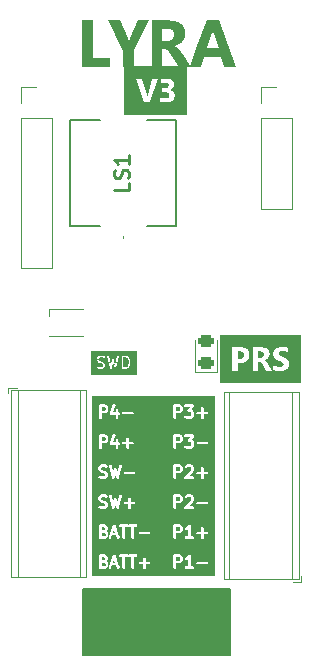
<source format=gbr>
%TF.GenerationSoftware,KiCad,Pcbnew,(7.0.0)*%
%TF.CreationDate,2023-12-17T22:30:30-08:00*%
%TF.ProjectId,Lyrav3,4c797261-7633-42e6-9b69-6361645f7063,rev?*%
%TF.SameCoordinates,Original*%
%TF.FileFunction,Legend,Top*%
%TF.FilePolarity,Positive*%
%FSLAX46Y46*%
G04 Gerber Fmt 4.6, Leading zero omitted, Abs format (unit mm)*
G04 Created by KiCad (PCBNEW (7.0.0)) date 2023-12-17 22:30:30*
%MOMM*%
%LPD*%
G01*
G04 APERTURE LIST*
G04 Aperture macros list*
%AMRoundRect*
0 Rectangle with rounded corners*
0 $1 Rounding radius*
0 $2 $3 $4 $5 $6 $7 $8 $9 X,Y pos of 4 corners*
0 Add a 4 corners polygon primitive as box body*
4,1,4,$2,$3,$4,$5,$6,$7,$8,$9,$2,$3,0*
0 Add four circle primitives for the rounded corners*
1,1,$1+$1,$2,$3*
1,1,$1+$1,$4,$5*
1,1,$1+$1,$6,$7*
1,1,$1+$1,$8,$9*
0 Add four rect primitives between the rounded corners*
20,1,$1+$1,$2,$3,$4,$5,0*
20,1,$1+$1,$4,$5,$6,$7,0*
20,1,$1+$1,$6,$7,$8,$9,0*
20,1,$1+$1,$8,$9,$2,$3,0*%
G04 Aperture macros list end*
%ADD10C,0.200000*%
%ADD11C,0.125000*%
%ADD12C,0.225000*%
%ADD13C,0.500000*%
%ADD14C,0.700000*%
%ADD15C,0.254000*%
%ADD16C,0.100000*%
%ADD17C,0.120000*%
%ADD18R,3.400000X1.300000*%
%ADD19RoundRect,0.243750X0.456250X-0.243750X0.456250X0.243750X-0.456250X0.243750X-0.456250X-0.243750X0*%
%ADD20C,5.600000*%
%ADD21R,1.700000X1.700000*%
%ADD22O,1.700000X1.700000*%
%ADD23R,1.000000X0.800000*%
%ADD24R,2.200000X2.200000*%
%ADD25C,2.200000*%
%ADD26R,1.350000X1.350000*%
%ADD27O,1.350000X1.350000*%
%ADD28O,1.400000X1.200000*%
%ADD29O,1.900000X1.200000*%
G04 APERTURE END LIST*
D10*
X7154000Y19685600D02*
X17415600Y19685600D01*
X7154000Y14554800D02*
X17415600Y14554800D01*
X6265000Y5893400D02*
X18711000Y5893400D01*
X18711000Y5893400D02*
X18711000Y280000D01*
X18711000Y280000D02*
X6265000Y280000D01*
X6265000Y280000D02*
X6265000Y5893400D01*
G36*
X6265000Y5893400D02*
G01*
X18711000Y5893400D01*
X18711000Y280000D01*
X6265000Y280000D01*
X6265000Y5893400D01*
G37*
X7154000Y9474800D02*
X17415600Y9474800D01*
X11497400Y22073200D02*
X13097600Y22073200D01*
X13097600Y22073200D02*
X13097600Y12014800D01*
X13097600Y12014800D02*
X11497400Y12014800D01*
X11497400Y12014800D02*
X11497400Y22073200D01*
G36*
X11497400Y22073200D02*
G01*
X13097600Y22073200D01*
X13097600Y12014800D01*
X11497400Y12014800D01*
X11497400Y22073200D01*
G37*
X7103200Y17145600D02*
X17364800Y17145600D01*
X11268800Y14859600D02*
X13046800Y14859600D01*
X13046800Y14859600D02*
X13046800Y11710000D01*
X13046800Y11710000D02*
X11268800Y11710000D01*
X11268800Y11710000D02*
X11268800Y14859600D01*
G36*
X11268800Y14859600D02*
G01*
X13046800Y14859600D01*
X13046800Y11710000D01*
X11268800Y11710000D01*
X11268800Y14859600D01*
G37*
X12945200Y7036400D02*
X13046800Y17145599D01*
X7103200Y12014800D02*
X17364800Y12014800D01*
D11*
G36*
X9986924Y25449173D02*
G01*
X10064556Y25371541D01*
X10104572Y25291509D01*
X10148661Y25115155D01*
X10148661Y24987685D01*
X10104571Y24811330D01*
X10064556Y24731298D01*
X9986924Y24653667D01*
X9867685Y24613920D01*
X9702233Y24613920D01*
X9702233Y25488920D01*
X9867685Y25488920D01*
X9986924Y25449173D01*
G37*
G36*
X10844495Y24003443D02*
G01*
X6976043Y24003443D01*
X6976043Y25353950D01*
X7432114Y25353950D01*
X7434376Y25348496D01*
X7434376Y25269071D01*
X7432767Y25254169D01*
X7438478Y25242746D01*
X7442078Y25230488D01*
X7446541Y25226621D01*
X7485088Y25149525D01*
X7487324Y25139250D01*
X7499496Y25127077D01*
X7511232Y25114462D01*
X7512413Y25114160D01*
X7542379Y25084194D01*
X7547749Y25075154D01*
X7563133Y25067462D01*
X7578268Y25059198D01*
X7579486Y25059286D01*
X7649443Y25024307D01*
X7654389Y25019046D01*
X7665537Y25016259D01*
X7667439Y25015308D01*
X7674224Y25014088D01*
X7856017Y24968639D01*
X7936044Y24928625D01*
X7969319Y24895349D01*
X8005804Y24822379D01*
X8005804Y24756651D01*
X7969318Y24683681D01*
X7936044Y24650406D01*
X7863073Y24613920D01*
X7649874Y24613920D01*
X7508114Y24661174D01*
X7480795Y24662162D01*
X7449221Y24643448D01*
X7432777Y24610634D01*
X7436684Y24574139D01*
X7459702Y24545550D01*
X7612532Y24494607D01*
X7621381Y24488920D01*
X7638615Y24488920D01*
X7655814Y24488298D01*
X7656863Y24488920D01*
X7874462Y24488920D01*
X7889364Y24487311D01*
X7900787Y24493023D01*
X7913045Y24496622D01*
X7916912Y24501086D01*
X7994008Y24539633D01*
X8004283Y24541868D01*
X8016456Y24554041D01*
X8029071Y24565776D01*
X8029373Y24566958D01*
X8059339Y24596924D01*
X8068379Y24602293D01*
X8076071Y24617678D01*
X8084335Y24632812D01*
X8084247Y24634031D01*
X8122701Y24710936D01*
X8130804Y24723544D01*
X8130804Y24736316D01*
X8133066Y24748888D01*
X8130804Y24754343D01*
X8130804Y24833769D01*
X8132413Y24848671D01*
X8126700Y24860097D01*
X8123102Y24872351D01*
X8118639Y24876218D01*
X8080091Y24953315D01*
X8077856Y24963590D01*
X8065674Y24975772D01*
X8053948Y24988377D01*
X8052766Y24988680D01*
X8022801Y25018644D01*
X8017431Y25027686D01*
X8002020Y25035392D01*
X7986912Y25043641D01*
X7985694Y25043555D01*
X7915735Y25078534D01*
X7910790Y25083793D01*
X7899643Y25086580D01*
X7897741Y25087531D01*
X7890952Y25088753D01*
X7709166Y25134200D01*
X7629136Y25174215D01*
X7595861Y25207489D01*
X7559376Y25280460D01*
X7559376Y25346190D01*
X7595861Y25419160D01*
X7629137Y25452435D01*
X7702107Y25488920D01*
X7915304Y25488920D01*
X8057065Y25441665D01*
X8084385Y25440677D01*
X8115959Y25459391D01*
X8132403Y25492205D01*
X8128496Y25528700D01*
X8107485Y25554797D01*
X8336587Y25554797D01*
X8577416Y24543313D01*
X8577711Y24531512D01*
X8586667Y24518312D01*
X8594582Y24504468D01*
X8596869Y24503277D01*
X8598319Y24501140D01*
X8612987Y24494880D01*
X8627133Y24487511D01*
X8629704Y24487746D01*
X8632077Y24486733D01*
X8647794Y24489396D01*
X8663685Y24490844D01*
X8665720Y24492432D01*
X8668265Y24492862D01*
X8680051Y24503603D01*
X8692632Y24513410D01*
X8693486Y24515846D01*
X8695394Y24517584D01*
X8699502Y24532991D01*
X8704784Y24548043D01*
X8704186Y24550555D01*
X8830208Y25023141D01*
X8958608Y24541644D01*
X8959220Y24529853D01*
X8968525Y24516902D01*
X8976811Y24503272D01*
X8979131Y24502142D01*
X8980637Y24500046D01*
X8995462Y24494184D01*
X9009806Y24487195D01*
X9012370Y24487499D01*
X9014769Y24486550D01*
X9030413Y24489635D01*
X9046255Y24491509D01*
X9048246Y24493150D01*
X9050780Y24493649D01*
X9062275Y24504705D01*
X9074586Y24514844D01*
X9075375Y24517303D01*
X9077235Y24519091D01*
X9080929Y24534607D01*
X9083350Y24542150D01*
X9575257Y24542150D01*
X9581024Y24529521D01*
X9584935Y24516203D01*
X9588528Y24513090D01*
X9590504Y24508763D01*
X9602180Y24501260D01*
X9612673Y24492167D01*
X9617381Y24491491D01*
X9621381Y24488920D01*
X9635258Y24488920D01*
X9649003Y24486944D01*
X9653330Y24488920D01*
X9869991Y24488920D01*
X9880182Y24486324D01*
X9896513Y24491768D01*
X9913045Y24496622D01*
X9913844Y24497545D01*
X10037257Y24538683D01*
X10051902Y24541868D01*
X10060931Y24550898D01*
X10071423Y24558189D01*
X10073680Y24563647D01*
X10154575Y24644542D01*
X10163617Y24649912D01*
X10171313Y24665304D01*
X10179573Y24680431D01*
X10179485Y24681650D01*
X10214464Y24751607D01*
X10219725Y24756552D01*
X10222512Y24767701D01*
X10223463Y24769602D01*
X10224683Y24776388D01*
X10269300Y24954855D01*
X10273661Y24961639D01*
X10273661Y24972295D01*
X10273975Y24973551D01*
X10273661Y24981271D01*
X10273661Y25112562D01*
X10276246Y25120203D01*
X10273661Y25130543D01*
X10273661Y25131835D01*
X10271484Y25139250D01*
X10226875Y25317682D01*
X10227651Y25324861D01*
X10222511Y25335141D01*
X10221996Y25337201D01*
X10218511Y25343141D01*
X10175329Y25429505D01*
X10173094Y25439779D01*
X10160923Y25451950D01*
X10149186Y25464567D01*
X10148003Y25464870D01*
X10067261Y25545612D01*
X10057860Y25557289D01*
X10045741Y25561329D01*
X10034531Y25567450D01*
X10028640Y25567029D01*
X9905025Y25608236D01*
X9896180Y25613920D01*
X9878974Y25613920D01*
X9861747Y25614543D01*
X9860696Y25613920D01*
X9644208Y25613920D01*
X9630463Y25615896D01*
X9617833Y25610129D01*
X9604516Y25606218D01*
X9601402Y25602625D01*
X9597076Y25600649D01*
X9589572Y25588973D01*
X9580480Y25578480D01*
X9579803Y25573772D01*
X9577233Y25569772D01*
X9577233Y25555895D01*
X9575257Y25542150D01*
X9577233Y25537823D01*
X9577233Y24555895D01*
X9575257Y24542150D01*
X9083350Y24542150D01*
X9085803Y24549791D01*
X9085138Y24552285D01*
X9321663Y25545686D01*
X9320246Y25572987D01*
X9298829Y25602794D01*
X9264697Y25616290D01*
X9228686Y25609190D01*
X9202231Y25583749D01*
X9017254Y24806849D01*
X8892504Y25274661D01*
X8892231Y25285614D01*
X8882794Y25299522D01*
X8874083Y25313852D01*
X8872570Y25314590D01*
X8871623Y25315985D01*
X8856176Y25322578D01*
X8841088Y25329930D01*
X8839414Y25329732D01*
X8837865Y25330393D01*
X8821307Y25327589D01*
X8804639Y25325615D01*
X8803339Y25324545D01*
X8801677Y25324263D01*
X8789264Y25312953D01*
X8776308Y25302281D01*
X8775793Y25300677D01*
X8774548Y25299542D01*
X8770221Y25283319D01*
X8765091Y25267333D01*
X8765524Y25265706D01*
X8643163Y24806850D01*
X8460357Y25574639D01*
X8446789Y25598372D01*
X8414238Y25615329D01*
X8377686Y25611996D01*
X8348739Y25589430D01*
X8336587Y25554797D01*
X8107485Y25554797D01*
X8105479Y25557289D01*
X7952644Y25608236D01*
X7943799Y25613920D01*
X7926593Y25613920D01*
X7909366Y25614543D01*
X7908315Y25613920D01*
X7690721Y25613920D01*
X7675815Y25615529D01*
X7664390Y25609817D01*
X7652135Y25606218D01*
X7648267Y25601755D01*
X7571172Y25563207D01*
X7560896Y25560971D01*
X7548719Y25548794D01*
X7536108Y25537063D01*
X7535805Y25535881D01*
X7505842Y25505917D01*
X7496800Y25500546D01*
X7489094Y25485136D01*
X7480845Y25470027D01*
X7480931Y25468810D01*
X7442478Y25391904D01*
X7434376Y25379295D01*
X7434376Y25366522D01*
X7432114Y25353950D01*
X6976043Y25353950D01*
X6976043Y25976657D01*
X10844495Y25976657D01*
X10844495Y24003443D01*
G37*
D12*
G36*
X12276190Y14594243D02*
G01*
X7019643Y14594243D01*
X7019643Y16089157D01*
X7573904Y16089157D01*
X7577976Y16079339D01*
X7577976Y16012561D01*
X7575080Y15985739D01*
X7585363Y15965173D01*
X7591840Y15943115D01*
X7599871Y15936156D01*
X7631164Y15873571D01*
X7635188Y15855075D01*
X7657111Y15833152D01*
X7678221Y15810458D01*
X7680349Y15809914D01*
X7696191Y15794072D01*
X7705857Y15777798D01*
X7733590Y15763932D01*
X7760791Y15749079D01*
X7762981Y15749236D01*
X7812718Y15724368D01*
X7821620Y15714900D01*
X7841686Y15709884D01*
X7845107Y15708173D01*
X7857314Y15705977D01*
X8032163Y15662264D01*
X8100025Y15628333D01*
X8121826Y15606532D01*
X8149404Y15551376D01*
X8149404Y15509253D01*
X8121827Y15454099D01*
X8100026Y15432298D01*
X8044870Y15404720D01*
X7851590Y15404720D01*
X7710708Y15451681D01*
X7661530Y15453459D01*
X7604699Y15419773D01*
X7575099Y15360709D01*
X7582132Y15295018D01*
X7623563Y15243558D01*
X7784375Y15189955D01*
X7800300Y15179720D01*
X7831318Y15179720D01*
X7862278Y15178600D01*
X7864168Y15179720D01*
X8065372Y15179720D01*
X8092194Y15176824D01*
X8112760Y15187108D01*
X8134818Y15193584D01*
X8141777Y15201616D01*
X8204362Y15232909D01*
X8222858Y15236932D01*
X8244781Y15258856D01*
X8267475Y15279965D01*
X8268019Y15282094D01*
X8283861Y15297936D01*
X8300135Y15307601D01*
X8314001Y15335335D01*
X8328854Y15362535D01*
X8328697Y15364726D01*
X8359817Y15426967D01*
X8374404Y15449663D01*
X8374404Y15472659D01*
X8378475Y15495282D01*
X8374404Y15505098D01*
X8374404Y15571878D01*
X8377300Y15598700D01*
X8367016Y15619267D01*
X8360540Y15641324D01*
X8352508Y15648284D01*
X8321215Y15710870D01*
X8317192Y15729364D01*
X8295268Y15751288D01*
X8274159Y15773981D01*
X8272030Y15774526D01*
X8256188Y15790368D01*
X8246523Y15806641D01*
X8218797Y15820504D01*
X8191589Y15835361D01*
X8189396Y15835205D01*
X8139661Y15860072D01*
X8130760Y15869539D01*
X8110693Y15874556D01*
X8107273Y15876266D01*
X8095061Y15878464D01*
X7920216Y15922176D01*
X7852355Y15956106D01*
X7830554Y15977907D01*
X7802976Y16033063D01*
X7802976Y16075186D01*
X7830553Y16130340D01*
X7852354Y16152142D01*
X7907510Y16179720D01*
X8100792Y16179720D01*
X8241672Y16132759D01*
X8290849Y16130980D01*
X8347681Y16164665D01*
X8377281Y16223729D01*
X8370249Y16289420D01*
X8363102Y16298297D01*
X8478146Y16298297D01*
X8721162Y15277628D01*
X8721694Y15256385D01*
X8737816Y15232627D01*
X8752062Y15207708D01*
X8756181Y15205563D01*
X8758790Y15201718D01*
X8785201Y15190445D01*
X8810654Y15177186D01*
X8815277Y15177608D01*
X8819552Y15175783D01*
X8847864Y15180579D01*
X8876446Y15183185D01*
X8880109Y15186041D01*
X8884691Y15186817D01*
X8905915Y15206158D01*
X8928551Y15223803D01*
X8930088Y15228186D01*
X8933523Y15231315D01*
X8940919Y15259054D01*
X8950425Y15286142D01*
X8949348Y15290662D01*
X9023809Y15569888D01*
X9102547Y15274618D01*
X9103649Y15253400D01*
X9120399Y15230088D01*
X9135313Y15205555D01*
X9139489Y15203521D01*
X9142199Y15199749D01*
X9168894Y15189193D01*
X9194703Y15176618D01*
X9199314Y15177164D01*
X9203636Y15175455D01*
X9231806Y15181009D01*
X9260311Y15184382D01*
X9263896Y15187336D01*
X9268455Y15188234D01*
X9289148Y15208134D01*
X9311306Y15226384D01*
X9312725Y15230808D01*
X9316075Y15234028D01*
X9322725Y15261959D01*
X9331498Y15289289D01*
X9330301Y15293778D01*
X9416660Y15656486D01*
X9717277Y15656486D01*
X9744722Y15596390D01*
X9800300Y15560672D01*
X10611412Y15560672D01*
X10658628Y15574536D01*
X10701891Y15624465D01*
X10711294Y15689858D01*
X10683849Y15749954D01*
X10628271Y15785672D01*
X9817159Y15785672D01*
X9769943Y15771808D01*
X9726680Y15721879D01*
X9717277Y15656486D01*
X9416660Y15656486D01*
X9565568Y16281897D01*
X9563017Y16331040D01*
X9524467Y16384691D01*
X9463030Y16408985D01*
X9398211Y16396206D01*
X9350591Y16350412D01*
X9208110Y15751994D01*
X9135940Y16022629D01*
X9135448Y16042340D01*
X9118476Y16067351D01*
X9102781Y16093169D01*
X9100055Y16094498D01*
X9098352Y16097007D01*
X9070549Y16108874D01*
X9043391Y16122107D01*
X9040380Y16121751D01*
X9037590Y16122942D01*
X9007787Y16117894D01*
X8977783Y16114343D01*
X8975441Y16112415D01*
X8972451Y16111908D01*
X8950107Y16091548D01*
X8926788Y16072340D01*
X8925861Y16069454D01*
X8923619Y16067410D01*
X8915832Y16038210D01*
X8906596Y16009436D01*
X8907377Y16006505D01*
X8839507Y15751994D01*
X8700932Y16334011D01*
X8676509Y16376732D01*
X8617917Y16407254D01*
X8552125Y16401255D01*
X8500020Y16360637D01*
X8478146Y16298297D01*
X8363102Y16298297D01*
X8328818Y16340880D01*
X8168005Y16394486D01*
X8152080Y16404720D01*
X8121062Y16404720D01*
X8090102Y16405840D01*
X8088212Y16404720D01*
X7887007Y16404720D01*
X7860185Y16407616D01*
X7839618Y16397333D01*
X7817562Y16390856D01*
X7810602Y16382824D01*
X7748016Y16351531D01*
X7729522Y16347507D01*
X7707597Y16325583D01*
X7684904Y16304473D01*
X7684359Y16302345D01*
X7668518Y16286504D01*
X7652245Y16276838D01*
X7638382Y16249113D01*
X7623525Y16221904D01*
X7623681Y16219712D01*
X7592562Y16157473D01*
X7577976Y16134776D01*
X7577976Y16111783D01*
X7573904Y16089157D01*
X7019643Y16089157D01*
X7019643Y17117457D01*
X12276190Y17117457D01*
X12276190Y14594243D01*
G37*
G36*
X14457168Y16152142D02*
G01*
X14478969Y16130341D01*
X14506547Y16075185D01*
X14506547Y15985443D01*
X14478970Y15930289D01*
X14457169Y15908488D01*
X14402013Y15880910D01*
X14160119Y15880910D01*
X14160119Y16179720D01*
X14402012Y16179720D01*
X14457168Y16152142D01*
G37*
G36*
X17480357Y14594243D02*
G01*
X12966667Y14594243D01*
X12966667Y15751724D01*
X13931563Y15751724D01*
X13935119Y15743937D01*
X13935119Y15276046D01*
X13948983Y15228830D01*
X13998912Y15185567D01*
X14064305Y15176164D01*
X14124401Y15203609D01*
X14160119Y15259187D01*
X14160119Y15275534D01*
X14836325Y15275534D01*
X14841616Y15263948D01*
X14842525Y15251246D01*
X14855071Y15234486D01*
X14863770Y15215438D01*
X14874483Y15208553D01*
X14882116Y15198357D01*
X14901734Y15191040D01*
X14919348Y15179720D01*
X14932083Y15179720D01*
X14944017Y15175269D01*
X14964477Y15179720D01*
X15587602Y15179720D01*
X15634818Y15193584D01*
X15678081Y15243513D01*
X15687484Y15308906D01*
X15660039Y15369002D01*
X15604461Y15404720D01*
X15223980Y15404720D01*
X15475745Y15656486D01*
X15883944Y15656486D01*
X15911389Y15596390D01*
X15966967Y15560672D01*
X16268452Y15560672D01*
X16268452Y15276046D01*
X16282316Y15228830D01*
X16332245Y15185567D01*
X16397638Y15176164D01*
X16457734Y15203609D01*
X16493452Y15259187D01*
X16493452Y15560672D01*
X16778079Y15560672D01*
X16825295Y15574536D01*
X16868558Y15624465D01*
X16877961Y15689858D01*
X16850516Y15749954D01*
X16794938Y15785672D01*
X16493452Y15785672D01*
X16493452Y16070298D01*
X16479588Y16117514D01*
X16429659Y16160777D01*
X16364266Y16170180D01*
X16304170Y16142735D01*
X16268452Y16087157D01*
X16268452Y15785672D01*
X15983826Y15785672D01*
X15936610Y15771808D01*
X15893347Y15721879D01*
X15883944Y15656486D01*
X15475745Y15656486D01*
X15599078Y15779819D01*
X15620090Y15796735D01*
X15627360Y15818547D01*
X15638379Y15838725D01*
X15637620Y15849328D01*
X15673693Y15957548D01*
X15683928Y15973472D01*
X15683928Y16004490D01*
X15685048Y16035450D01*
X15683928Y16037340D01*
X15683928Y16095687D01*
X15686824Y16122509D01*
X15676540Y16143076D01*
X15670064Y16165133D01*
X15662032Y16172093D01*
X15630739Y16234679D01*
X15626716Y16253173D01*
X15604792Y16275097D01*
X15583683Y16297790D01*
X15581554Y16298335D01*
X15565712Y16314177D01*
X15556048Y16330449D01*
X15528323Y16344312D01*
X15501113Y16359170D01*
X15498921Y16359014D01*
X15436680Y16390135D01*
X15413985Y16404720D01*
X15390993Y16404720D01*
X15368367Y16408792D01*
X15358549Y16404720D01*
X15148912Y16404720D01*
X15122090Y16407616D01*
X15101523Y16397333D01*
X15079467Y16390856D01*
X15072507Y16382824D01*
X15009921Y16351531D01*
X14991427Y16347507D01*
X14969502Y16325583D01*
X14946809Y16304473D01*
X14946264Y16302345D01*
X14909014Y16265094D01*
X14885430Y16221904D01*
X14890144Y16156007D01*
X14929735Y16103118D01*
X14991636Y16080030D01*
X15056192Y16094074D01*
X15114259Y16152142D01*
X15169415Y16179720D01*
X15354393Y16179720D01*
X15409549Y16152142D01*
X15431350Y16130341D01*
X15458928Y16075185D01*
X15458928Y16024762D01*
X15425479Y15924418D01*
X14893134Y15392073D01*
X14888991Y15390856D01*
X14869994Y15368933D01*
X14861395Y15360333D01*
X14859438Y15356751D01*
X14845728Y15340927D01*
X14843915Y15328323D01*
X14837811Y15317143D01*
X14839305Y15296259D01*
X14836325Y15275534D01*
X14160119Y15275534D01*
X14160119Y15655910D01*
X14422515Y15655910D01*
X14449337Y15653014D01*
X14469903Y15663298D01*
X14491961Y15669774D01*
X14498920Y15677806D01*
X14561505Y15709099D01*
X14580001Y15713122D01*
X14601924Y15735046D01*
X14624618Y15756155D01*
X14625162Y15758284D01*
X14641004Y15774126D01*
X14657278Y15783791D01*
X14671144Y15811525D01*
X14685997Y15838725D01*
X14685840Y15840916D01*
X14716960Y15903157D01*
X14731547Y15925853D01*
X14731547Y15948849D01*
X14735618Y15971472D01*
X14731547Y15981288D01*
X14731547Y16095687D01*
X14734443Y16122509D01*
X14724159Y16143076D01*
X14717683Y16165133D01*
X14709651Y16172093D01*
X14678358Y16234679D01*
X14674335Y16253173D01*
X14652411Y16275097D01*
X14631302Y16297790D01*
X14629173Y16298335D01*
X14613331Y16314177D01*
X14603667Y16330449D01*
X14575942Y16344312D01*
X14548732Y16359170D01*
X14546540Y16359014D01*
X14484299Y16390135D01*
X14461604Y16404720D01*
X14438612Y16404720D01*
X14415986Y16408792D01*
X14406168Y16404720D01*
X14055663Y16404720D01*
X14030933Y16408276D01*
X14008202Y16397896D01*
X13984229Y16390856D01*
X13978623Y16384388D01*
X13970837Y16380831D01*
X13957326Y16359809D01*
X13940966Y16340927D01*
X13939747Y16332456D01*
X13935119Y16325253D01*
X13935119Y16300264D01*
X13931563Y16275534D01*
X13935119Y16267747D01*
X13935119Y15776454D01*
X13931563Y15751724D01*
X12966667Y15751724D01*
X12966667Y17117457D01*
X17480357Y17117457D01*
X17480357Y14594243D01*
G37*
G36*
X9010581Y10610434D02*
G01*
X8846561Y10610434D01*
X8928570Y10856464D01*
X9010581Y10610434D01*
G37*
G36*
X8153514Y10590082D02*
G01*
X8169445Y10574151D01*
X8197023Y10518995D01*
X8197023Y10429253D01*
X8169446Y10374099D01*
X8147645Y10352298D01*
X8092489Y10324720D01*
X7850595Y10324720D01*
X7850595Y10623529D01*
X8053172Y10623529D01*
X8153514Y10590082D01*
G37*
G36*
X8100025Y11072142D02*
G01*
X8121826Y11050341D01*
X8149404Y10995185D01*
X8149404Y10953062D01*
X8121827Y10897908D01*
X8100026Y10876107D01*
X8046797Y10849493D01*
X8042482Y10849649D01*
X8040592Y10848529D01*
X7850595Y10848529D01*
X7850595Y11099720D01*
X8044869Y11099720D01*
X8100025Y11072142D01*
G37*
G36*
X12961905Y9514243D02*
G01*
X7019643Y9514243D01*
X7019643Y10195534D01*
X7622039Y10195534D01*
X7632419Y10172804D01*
X7639459Y10148830D01*
X7645927Y10143225D01*
X7649484Y10135438D01*
X7670506Y10121928D01*
X7689388Y10105567D01*
X7697859Y10104349D01*
X7705062Y10099720D01*
X7730051Y10099720D01*
X7754781Y10096164D01*
X7762568Y10099720D01*
X8112991Y10099720D01*
X8139813Y10096824D01*
X8160379Y10107108D01*
X8182437Y10113584D01*
X8189396Y10121616D01*
X8251981Y10152909D01*
X8270477Y10156932D01*
X8292400Y10178856D01*
X8297150Y10183274D01*
X8481618Y10183274D01*
X8515304Y10126443D01*
X8574368Y10096843D01*
X8640059Y10103876D01*
X8691519Y10145307D01*
X8771561Y10385434D01*
X9085581Y10385434D01*
X9160292Y10161301D01*
X9188375Y10120892D01*
X9249423Y10095638D01*
X9314434Y10107397D01*
X9362767Y10152437D01*
X9379077Y10216458D01*
X9281808Y10508265D01*
X9282722Y10514620D01*
X9271495Y10539203D01*
X9052718Y11195534D01*
X9336325Y11195534D01*
X9363770Y11135438D01*
X9419348Y11099720D01*
X9625595Y11099720D01*
X9625595Y10196046D01*
X9639459Y10148830D01*
X9689388Y10105567D01*
X9754781Y10096164D01*
X9814877Y10123609D01*
X9850595Y10179187D01*
X9850595Y11099720D01*
X10039983Y11099720D01*
X10087199Y11113584D01*
X10118930Y11150206D01*
X10125675Y11135438D01*
X10181253Y11099720D01*
X10387500Y11099720D01*
X10387500Y10196046D01*
X10401364Y10148830D01*
X10451293Y10105567D01*
X10516686Y10096164D01*
X10576782Y10123609D01*
X10612500Y10179187D01*
X10612500Y10576486D01*
X11002992Y10576486D01*
X11030437Y10516390D01*
X11086015Y10480672D01*
X11897127Y10480672D01*
X11944343Y10494536D01*
X11987606Y10544465D01*
X11997009Y10609858D01*
X11969564Y10669954D01*
X11913986Y10705672D01*
X11102874Y10705672D01*
X11055658Y10691808D01*
X11012395Y10641879D01*
X11002992Y10576486D01*
X10612500Y10576486D01*
X10612500Y11099720D01*
X10801888Y11099720D01*
X10849104Y11113584D01*
X10892367Y11163513D01*
X10901770Y11228906D01*
X10874325Y11289002D01*
X10818747Y11324720D01*
X10508044Y11324720D01*
X10483314Y11328276D01*
X10475527Y11324720D01*
X10198112Y11324720D01*
X10150896Y11310856D01*
X10119164Y11274235D01*
X10112420Y11289002D01*
X10056842Y11324720D01*
X9746139Y11324720D01*
X9721409Y11328276D01*
X9713622Y11324720D01*
X9436207Y11324720D01*
X9388991Y11310856D01*
X9345728Y11260927D01*
X9336325Y11195534D01*
X9052718Y11195534D01*
X9041732Y11228492D01*
X9042191Y11241165D01*
X9031490Y11259219D01*
X9030183Y11263140D01*
X9023269Y11273088D01*
X9008505Y11297997D01*
X9004596Y11299956D01*
X9002100Y11303548D01*
X8975337Y11314620D01*
X8949441Y11327597D01*
X8945090Y11327132D01*
X8941052Y11328802D01*
X8912554Y11323648D01*
X8883750Y11320564D01*
X8880344Y11317823D01*
X8876041Y11317044D01*
X8854849Y11297297D01*
X8832290Y11279133D01*
X8830907Y11274985D01*
X8827708Y11272003D01*
X8820557Y11243936D01*
X8590815Y10554712D01*
X8583823Y10546641D01*
X8580558Y10523941D01*
X8483396Y10232452D01*
X8481618Y10183274D01*
X8297150Y10183274D01*
X8315094Y10199965D01*
X8315638Y10202094D01*
X8331480Y10217936D01*
X8347754Y10227601D01*
X8361620Y10255335D01*
X8376473Y10282535D01*
X8376316Y10284726D01*
X8407436Y10346967D01*
X8422023Y10369663D01*
X8422023Y10392659D01*
X8426094Y10415282D01*
X8422023Y10425098D01*
X8422023Y10539497D01*
X8424919Y10566319D01*
X8414635Y10586886D01*
X8408159Y10608943D01*
X8400127Y10615903D01*
X8368834Y10678489D01*
X8364811Y10696983D01*
X8342887Y10718907D01*
X8321778Y10741600D01*
X8319649Y10742145D01*
X8303551Y10758243D01*
X8314001Y10779144D01*
X8328854Y10806344D01*
X8328697Y10808535D01*
X8359817Y10870776D01*
X8374404Y10893472D01*
X8374404Y10916468D01*
X8378475Y10939091D01*
X8374404Y10948907D01*
X8374404Y11015687D01*
X8377300Y11042509D01*
X8367016Y11063076D01*
X8360540Y11085133D01*
X8352508Y11092093D01*
X8321215Y11154679D01*
X8317192Y11173173D01*
X8295268Y11195097D01*
X8274159Y11217790D01*
X8272030Y11218335D01*
X8256188Y11234177D01*
X8246524Y11250449D01*
X8218799Y11264312D01*
X8191589Y11279170D01*
X8189397Y11279014D01*
X8127156Y11310135D01*
X8104461Y11324720D01*
X8081469Y11324720D01*
X8058843Y11328792D01*
X8049025Y11324720D01*
X7746139Y11324720D01*
X7721409Y11328276D01*
X7698678Y11317896D01*
X7674705Y11310856D01*
X7669099Y11304388D01*
X7661313Y11300831D01*
X7647802Y11279809D01*
X7631442Y11260927D01*
X7630223Y11252456D01*
X7625595Y11245253D01*
X7625595Y11220264D01*
X7622039Y11195534D01*
X7625595Y11187747D01*
X7625595Y10744073D01*
X7622039Y10719343D01*
X7625595Y10711556D01*
X7625595Y10220264D01*
X7622039Y10195534D01*
X7019643Y10195534D01*
X7019643Y12037457D01*
X12961905Y12037457D01*
X12961905Y9514243D01*
G37*
G36*
X14457168Y13612142D02*
G01*
X14478969Y13590341D01*
X14506547Y13535185D01*
X14506547Y13445443D01*
X14478970Y13390289D01*
X14457169Y13368488D01*
X14402013Y13340910D01*
X14160119Y13340910D01*
X14160119Y13639720D01*
X14402012Y13639720D01*
X14457168Y13612142D01*
G37*
G36*
X17480357Y12054243D02*
G01*
X12966667Y12054243D01*
X12966667Y13211724D01*
X13931563Y13211724D01*
X13935119Y13203937D01*
X13935119Y12736046D01*
X13948983Y12688830D01*
X13998912Y12645567D01*
X14064305Y12636164D01*
X14124401Y12663609D01*
X14160119Y12719187D01*
X14160119Y12735534D01*
X14836325Y12735534D01*
X14841616Y12723948D01*
X14842525Y12711246D01*
X14855071Y12694486D01*
X14863770Y12675438D01*
X14874483Y12668553D01*
X14882116Y12658357D01*
X14901734Y12651040D01*
X14919348Y12639720D01*
X14932083Y12639720D01*
X14944017Y12635269D01*
X14964477Y12639720D01*
X15587602Y12639720D01*
X15634818Y12653584D01*
X15678081Y12703513D01*
X15687484Y12768906D01*
X15660039Y12829002D01*
X15604461Y12864720D01*
X15223980Y12864720D01*
X15475745Y13116486D01*
X15883944Y13116486D01*
X15911389Y13056390D01*
X15966967Y13020672D01*
X16778079Y13020672D01*
X16825295Y13034536D01*
X16868558Y13084465D01*
X16877961Y13149858D01*
X16850516Y13209954D01*
X16794938Y13245672D01*
X15983826Y13245672D01*
X15936610Y13231808D01*
X15893347Y13181879D01*
X15883944Y13116486D01*
X15475745Y13116486D01*
X15599078Y13239819D01*
X15620090Y13256735D01*
X15627360Y13278547D01*
X15638379Y13298725D01*
X15637620Y13309328D01*
X15673693Y13417548D01*
X15683928Y13433472D01*
X15683928Y13464490D01*
X15685048Y13495450D01*
X15683928Y13497340D01*
X15683928Y13555687D01*
X15686824Y13582509D01*
X15676540Y13603076D01*
X15670064Y13625133D01*
X15662032Y13632093D01*
X15630739Y13694679D01*
X15626716Y13713173D01*
X15604792Y13735097D01*
X15583683Y13757790D01*
X15581554Y13758335D01*
X15565712Y13774177D01*
X15556048Y13790449D01*
X15528323Y13804312D01*
X15501113Y13819170D01*
X15498921Y13819014D01*
X15436680Y13850135D01*
X15413985Y13864720D01*
X15390993Y13864720D01*
X15368367Y13868792D01*
X15358549Y13864720D01*
X15148912Y13864720D01*
X15122090Y13867616D01*
X15101523Y13857333D01*
X15079467Y13850856D01*
X15072507Y13842824D01*
X15009921Y13811531D01*
X14991427Y13807507D01*
X14969502Y13785583D01*
X14946809Y13764473D01*
X14946264Y13762345D01*
X14909014Y13725094D01*
X14885430Y13681904D01*
X14890144Y13616007D01*
X14929735Y13563118D01*
X14991636Y13540030D01*
X15056192Y13554074D01*
X15114259Y13612142D01*
X15169415Y13639720D01*
X15354393Y13639720D01*
X15409549Y13612142D01*
X15431350Y13590341D01*
X15458928Y13535185D01*
X15458928Y13484762D01*
X15425479Y13384418D01*
X14893134Y12852073D01*
X14888991Y12850856D01*
X14869994Y12828933D01*
X14861395Y12820333D01*
X14859438Y12816751D01*
X14845728Y12800927D01*
X14843915Y12788323D01*
X14837811Y12777143D01*
X14839305Y12756259D01*
X14836325Y12735534D01*
X14160119Y12735534D01*
X14160119Y13115910D01*
X14422515Y13115910D01*
X14449337Y13113014D01*
X14469903Y13123298D01*
X14491961Y13129774D01*
X14498920Y13137806D01*
X14561505Y13169099D01*
X14580001Y13173122D01*
X14601924Y13195046D01*
X14624618Y13216155D01*
X14625162Y13218284D01*
X14641004Y13234126D01*
X14657278Y13243791D01*
X14671144Y13271525D01*
X14685997Y13298725D01*
X14685840Y13300916D01*
X14716960Y13363157D01*
X14731547Y13385853D01*
X14731547Y13408849D01*
X14735618Y13431472D01*
X14731547Y13441288D01*
X14731547Y13555687D01*
X14734443Y13582509D01*
X14724159Y13603076D01*
X14717683Y13625133D01*
X14709651Y13632093D01*
X14678358Y13694679D01*
X14674335Y13713173D01*
X14652411Y13735097D01*
X14631302Y13757790D01*
X14629173Y13758335D01*
X14613331Y13774177D01*
X14603667Y13790449D01*
X14575942Y13804312D01*
X14548732Y13819170D01*
X14546540Y13819014D01*
X14484299Y13850135D01*
X14461604Y13864720D01*
X14438612Y13864720D01*
X14415986Y13868792D01*
X14406168Y13864720D01*
X14055663Y13864720D01*
X14030933Y13868276D01*
X14008202Y13857896D01*
X13984229Y13850856D01*
X13978623Y13844388D01*
X13970837Y13840831D01*
X13957326Y13819809D01*
X13940966Y13800927D01*
X13939747Y13792456D01*
X13935119Y13785253D01*
X13935119Y13760264D01*
X13931563Y13735534D01*
X13935119Y13727747D01*
X13935119Y13236454D01*
X13931563Y13211724D01*
X12966667Y13211724D01*
X12966667Y14577457D01*
X17480357Y14577457D01*
X17480357Y12054243D01*
G37*
D13*
G36*
X15080305Y46008023D02*
G01*
X9739931Y46008023D01*
X9739931Y49044575D01*
X10775645Y49044575D01*
X11445847Y47075000D01*
X11948988Y47075000D01*
X11971706Y47140946D01*
X12788695Y47140946D01*
X12813014Y47129175D01*
X12838223Y47118163D01*
X12864320Y47107910D01*
X12891307Y47098417D01*
X12919183Y47089684D01*
X12947949Y47081710D01*
X12977603Y47074495D01*
X13008147Y47068040D01*
X13039580Y47062344D01*
X13071902Y47057407D01*
X13105113Y47053230D01*
X13139214Y47049813D01*
X13174203Y47047155D01*
X13210082Y47045256D01*
X13246850Y47044117D01*
X13284508Y47043737D01*
X13306614Y47043895D01*
X13328418Y47044367D01*
X13349921Y47045154D01*
X13371122Y47046256D01*
X13392022Y47047673D01*
X13412621Y47049405D01*
X13432918Y47051451D01*
X13452913Y47053812D01*
X13472607Y47056489D01*
X13492000Y47059480D01*
X13529880Y47066406D01*
X13566555Y47074592D01*
X13602023Y47084037D01*
X13636286Y47094742D01*
X13669343Y47106706D01*
X13701194Y47119930D01*
X13731838Y47134413D01*
X13761277Y47150155D01*
X13789510Y47167156D01*
X13816537Y47185417D01*
X13842358Y47204938D01*
X13866847Y47225599D01*
X13889757Y47247161D01*
X13911086Y47269624D01*
X13930835Y47292987D01*
X13949005Y47317251D01*
X13965594Y47342416D01*
X13980604Y47368481D01*
X13994033Y47395447D01*
X14005883Y47423314D01*
X14016152Y47452081D01*
X14024842Y47481749D01*
X14031952Y47512317D01*
X14037482Y47543786D01*
X14041431Y47576156D01*
X14043801Y47609427D01*
X14044591Y47643598D01*
X14044118Y47666332D01*
X14042698Y47688615D01*
X14040332Y47710448D01*
X14037020Y47731831D01*
X14032761Y47752763D01*
X14027555Y47773245D01*
X14021404Y47793277D01*
X14014305Y47812858D01*
X14006261Y47831989D01*
X13997269Y47850670D01*
X13987332Y47868900D01*
X13976448Y47886681D01*
X13964617Y47904010D01*
X13951840Y47920890D01*
X13938117Y47937319D01*
X13923447Y47953298D01*
X13908020Y47968662D01*
X13891901Y47983248D01*
X13875093Y47997055D01*
X13857593Y48010084D01*
X13839403Y48022335D01*
X13820521Y48033806D01*
X13800950Y48044500D01*
X13780687Y48054414D01*
X13759734Y48063551D01*
X13738089Y48071908D01*
X13715755Y48079487D01*
X13692729Y48086288D01*
X13669013Y48092310D01*
X13644606Y48097554D01*
X13619508Y48102019D01*
X13593719Y48105705D01*
X13593719Y48112544D01*
X13617822Y48118868D01*
X13641159Y48125748D01*
X13663732Y48133186D01*
X13685539Y48141182D01*
X13706581Y48149734D01*
X13726858Y48158843D01*
X13746370Y48168510D01*
X13765116Y48178734D01*
X13783098Y48189515D01*
X13800314Y48200853D01*
X13816765Y48212749D01*
X13832451Y48225201D01*
X13847372Y48238211D01*
X13861528Y48251778D01*
X13887543Y48280583D01*
X13910498Y48311617D01*
X13930393Y48344880D01*
X13939192Y48362347D01*
X13947226Y48380372D01*
X13954495Y48398953D01*
X13960999Y48418092D01*
X13966738Y48437788D01*
X13971712Y48458041D01*
X13975920Y48478851D01*
X13979363Y48500219D01*
X13982041Y48522143D01*
X13983954Y48544625D01*
X13985102Y48567664D01*
X13985485Y48591260D01*
X13984826Y48617871D01*
X13982851Y48643849D01*
X13979560Y48669193D01*
X13974952Y48693903D01*
X13969027Y48717980D01*
X13961785Y48741424D01*
X13953227Y48764234D01*
X13943353Y48786410D01*
X13932161Y48807953D01*
X13919654Y48828863D01*
X13905829Y48849139D01*
X13890688Y48868781D01*
X13874230Y48887790D01*
X13856456Y48906165D01*
X13837365Y48923907D01*
X13816957Y48941016D01*
X13795427Y48957342D01*
X13772848Y48972615D01*
X13749220Y48986834D01*
X13724542Y49000000D01*
X13698814Y49012113D01*
X13672037Y49023173D01*
X13644211Y49033179D01*
X13615335Y49042132D01*
X13585409Y49050032D01*
X13554434Y49056879D01*
X13522410Y49062672D01*
X13489336Y49067412D01*
X13455212Y49071098D01*
X13420040Y49073731D01*
X13383817Y49075311D01*
X13346545Y49075838D01*
X13312313Y49075422D01*
X13278615Y49074174D01*
X13245452Y49072094D01*
X13212822Y49069182D01*
X13180727Y49065439D01*
X13149167Y49060863D01*
X13118140Y49055455D01*
X13087648Y49049215D01*
X13057690Y49042144D01*
X13028266Y49034240D01*
X12999377Y49025505D01*
X12971022Y49015937D01*
X12943201Y49005538D01*
X12915915Y48994307D01*
X12889162Y48982243D01*
X12862944Y48969348D01*
X12862944Y48606892D01*
X12886314Y48622035D01*
X12909770Y48636201D01*
X12933315Y48649390D01*
X12956947Y48661602D01*
X12980668Y48672837D01*
X13004476Y48683095D01*
X13028371Y48692377D01*
X13052355Y48700681D01*
X13076426Y48708008D01*
X13100585Y48714358D01*
X13124832Y48719732D01*
X13149167Y48724128D01*
X13173589Y48727548D01*
X13198099Y48729990D01*
X13222697Y48731455D01*
X13247383Y48731944D01*
X13283170Y48731057D01*
X13316648Y48728395D01*
X13347818Y48723958D01*
X13376679Y48717747D01*
X13403231Y48709762D01*
X13427474Y48700002D01*
X13449408Y48688467D01*
X13469033Y48675158D01*
X13486350Y48660074D01*
X13501357Y48643215D01*
X13514056Y48624582D01*
X13524446Y48604174D01*
X13532527Y48581992D01*
X13538299Y48558035D01*
X13541762Y48532304D01*
X13542917Y48504798D01*
X13541415Y48475518D01*
X13536910Y48448126D01*
X13529401Y48422624D01*
X13518889Y48399010D01*
X13505374Y48377286D01*
X13488855Y48357451D01*
X13469333Y48339505D01*
X13446807Y48323448D01*
X13421278Y48309280D01*
X13392745Y48297001D01*
X13361209Y48286611D01*
X13326670Y48278110D01*
X13289127Y48271499D01*
X13269230Y48268901D01*
X13248581Y48266776D01*
X13227182Y48265123D01*
X13205031Y48263942D01*
X13182130Y48263234D01*
X13158478Y48262998D01*
X12989462Y48262998D01*
X12989462Y47919104D01*
X13172156Y47919104D01*
X13184590Y47919036D01*
X13208957Y47918490D01*
X13232656Y47917398D01*
X13255687Y47915761D01*
X13278051Y47913578D01*
X13299747Y47910850D01*
X13320774Y47907575D01*
X13341134Y47903755D01*
X13360826Y47899389D01*
X13389112Y47891817D01*
X13415895Y47883017D01*
X13441176Y47872990D01*
X13464954Y47861734D01*
X13487229Y47849250D01*
X13501130Y47840349D01*
X13520300Y47826131D01*
X13537452Y47810874D01*
X13552586Y47794578D01*
X13565702Y47777243D01*
X13576800Y47758869D01*
X13585880Y47739456D01*
X13592943Y47719004D01*
X13597988Y47697513D01*
X13601014Y47674983D01*
X13602023Y47651414D01*
X13601661Y47636057D01*
X13599757Y47613823D01*
X13596223Y47592551D01*
X13591056Y47572241D01*
X13584258Y47552892D01*
X13575829Y47534505D01*
X13565769Y47517080D01*
X13554076Y47500617D01*
X13540753Y47485115D01*
X13525798Y47470575D01*
X13509211Y47456996D01*
X13503339Y47452729D01*
X13484863Y47440739D01*
X13465099Y47429968D01*
X13444048Y47420417D01*
X13421708Y47412085D01*
X13398081Y47404973D01*
X13373165Y47399079D01*
X13346961Y47394405D01*
X13319470Y47390951D01*
X13290690Y47388715D01*
X13270788Y47387902D01*
X13250314Y47387631D01*
X13217598Y47388120D01*
X13185398Y47389585D01*
X13153714Y47392028D01*
X13122544Y47395447D01*
X13091890Y47399843D01*
X13061751Y47405217D01*
X13032127Y47411567D01*
X13003018Y47418894D01*
X12974424Y47427199D01*
X12946346Y47436480D01*
X12918783Y47446738D01*
X12891735Y47457973D01*
X12865202Y47470185D01*
X12839184Y47483375D01*
X12813682Y47497541D01*
X12788695Y47512684D01*
X12788695Y47140946D01*
X11971706Y47140946D01*
X12627494Y49044575D01*
X12162944Y49044575D01*
X11755059Y47679257D01*
X11749124Y47658808D01*
X11743593Y47638677D01*
X11738465Y47618863D01*
X11733741Y47599367D01*
X11728070Y47573867D01*
X11723117Y47548931D01*
X11718880Y47524560D01*
X11715362Y47500754D01*
X11712561Y47477513D01*
X11704256Y47477513D01*
X11702142Y47499174D01*
X11699219Y47521660D01*
X11695487Y47544970D01*
X11690945Y47569104D01*
X11685595Y47594062D01*
X11681051Y47613322D01*
X11676052Y47633046D01*
X11670598Y47653233D01*
X11664689Y47673884D01*
X11253873Y49044575D01*
X10775645Y49044575D01*
X9739931Y49044575D01*
X9739931Y50111552D01*
X15080305Y50111552D01*
X15080305Y46008023D01*
G37*
D14*
G36*
X8571598Y50055000D02*
G01*
X6224912Y50055000D01*
X6224912Y53994149D01*
X7112979Y53994149D01*
X7112979Y50805315D01*
X8571598Y50805315D01*
X8571598Y50055000D01*
G37*
G36*
X11857152Y53994149D02*
G01*
X10573412Y51455977D01*
X10573412Y50055000D01*
X9686322Y50055000D01*
X9686322Y51439369D01*
X8435799Y53994149D01*
X9449895Y53994149D01*
X10083949Y52524784D01*
X10097851Y52482770D01*
X10109515Y52443066D01*
X10120872Y52402888D01*
X10134031Y52355230D01*
X10145082Y52314578D01*
X10157146Y52269718D01*
X10170223Y52220651D01*
X10174808Y52203361D01*
X10185554Y52203361D01*
X10194805Y52251370D01*
X10204483Y52296722D01*
X10214589Y52339419D01*
X10225122Y52379460D01*
X10238889Y52425775D01*
X10253324Y52467940D01*
X10268427Y52505956D01*
X10271528Y52513061D01*
X10917306Y53994149D01*
X11857152Y53994149D01*
G37*
G36*
X13581816Y53993100D02*
G01*
X13667251Y53989951D01*
X13749886Y53984704D01*
X13829719Y53977357D01*
X13906751Y53967912D01*
X13980981Y53956368D01*
X14052411Y53942725D01*
X14121039Y53926982D01*
X14186867Y53909141D01*
X14249893Y53889201D01*
X14310118Y53867162D01*
X14367541Y53843024D01*
X14422164Y53816787D01*
X14473985Y53788451D01*
X14523006Y53758016D01*
X14569225Y53725482D01*
X14612643Y53690849D01*
X14653260Y53654117D01*
X14691075Y53615287D01*
X14726090Y53574357D01*
X14758303Y53531328D01*
X14787715Y53486200D01*
X14814326Y53438974D01*
X14838136Y53389648D01*
X14859145Y53338224D01*
X14877353Y53284700D01*
X14892759Y53229078D01*
X14905364Y53171356D01*
X14915168Y53111536D01*
X14922171Y53049616D01*
X14926373Y52985598D01*
X14927773Y52919481D01*
X14926781Y52868434D01*
X14923804Y52818364D01*
X14918843Y52769271D01*
X14911898Y52721155D01*
X14902968Y52674017D01*
X14892053Y52627855D01*
X14879154Y52582670D01*
X14864270Y52538462D01*
X14847814Y52495277D01*
X14829710Y52453160D01*
X14809957Y52412112D01*
X14788555Y52372132D01*
X14765505Y52333221D01*
X14740806Y52295379D01*
X14714458Y52258605D01*
X14686462Y52222900D01*
X14656878Y52188324D01*
X14625767Y52154939D01*
X14593130Y52122745D01*
X14558967Y52091742D01*
X14523277Y52061929D01*
X14486060Y52033307D01*
X14447317Y52005875D01*
X14407048Y51979634D01*
X14365679Y51954920D01*
X14323150Y51931579D01*
X14279461Y51909613D01*
X14234612Y51889020D01*
X14188603Y51869801D01*
X14141434Y51851956D01*
X14093104Y51835485D01*
X14043614Y51820388D01*
X14043614Y51809641D01*
X14081802Y51796037D01*
X14119429Y51779160D01*
X14156495Y51759011D01*
X14192999Y51735590D01*
X14213607Y51720737D01*
X14249611Y51692827D01*
X14279951Y51667342D01*
X14309809Y51640414D01*
X14339187Y51612044D01*
X14368084Y51582231D01*
X14372854Y51577122D01*
X14401556Y51545901D01*
X14429778Y51513787D01*
X14457518Y51480780D01*
X14484778Y51446879D01*
X14511557Y51412086D01*
X14520376Y51400290D01*
X14546308Y51364925D01*
X14571347Y51329902D01*
X14595492Y51295224D01*
X14618745Y51260888D01*
X14641105Y51226897D01*
X14648360Y51215643D01*
X15392812Y50055000D01*
X14372854Y50055000D01*
X13760293Y51063235D01*
X13739041Y51098641D01*
X13718027Y51132806D01*
X13693126Y51172167D01*
X13668568Y51209743D01*
X13644354Y51245532D01*
X13628401Y51268399D01*
X13604553Y51301509D01*
X13580637Y51332696D01*
X13552647Y51366649D01*
X13524564Y51397985D01*
X13500418Y51422760D01*
X13471928Y51449521D01*
X13438680Y51476556D01*
X13404700Y51499805D01*
X13369987Y51519268D01*
X13365596Y51521435D01*
X13325574Y51537964D01*
X13283542Y51549084D01*
X13244494Y51554426D01*
X13214166Y51555629D01*
X12974808Y51555629D01*
X12974808Y50055000D01*
X12086741Y50055000D01*
X12086741Y53306361D01*
X12974808Y53306361D01*
X12974808Y52243416D01*
X13359734Y52243416D01*
X13412236Y52244825D01*
X13462763Y52249049D01*
X13511315Y52256090D01*
X13557892Y52265948D01*
X13602494Y52278622D01*
X13645121Y52294112D01*
X13685773Y52312419D01*
X13724450Y52333542D01*
X13761152Y52357482D01*
X13795880Y52384238D01*
X13817934Y52403640D01*
X13849361Y52434726D01*
X13877697Y52467170D01*
X13902942Y52500970D01*
X13925095Y52536126D01*
X13944158Y52572640D01*
X13960129Y52610510D01*
X13973009Y52649736D01*
X13982798Y52690320D01*
X13989495Y52732260D01*
X13993102Y52775557D01*
X13993789Y52805175D01*
X13991373Y52865865D01*
X13984126Y52922641D01*
X13972047Y52975500D01*
X13955137Y53024444D01*
X13933396Y53069472D01*
X13906823Y53110585D01*
X13875419Y53147783D01*
X13839183Y53181065D01*
X13798116Y53210431D01*
X13752217Y53235882D01*
X13701487Y53257417D01*
X13645926Y53275037D01*
X13585533Y53288741D01*
X13520309Y53298530D01*
X13450253Y53304404D01*
X13375366Y53306361D01*
X12974808Y53306361D01*
X12086741Y53306361D01*
X12086741Y53994149D01*
X13493579Y53994149D01*
X13581816Y53993100D01*
G37*
G36*
X19205931Y50055000D02*
G01*
X18238729Y50055000D01*
X17958339Y50867841D01*
X16557362Y50867841D01*
X16279902Y50055000D01*
X15317585Y50055000D01*
X15886710Y51618155D01*
X16746894Y51618155D01*
X17755129Y51618155D01*
X17332100Y52936089D01*
X17320804Y52974115D01*
X17310362Y53013942D01*
X17300776Y53055570D01*
X17292044Y53098999D01*
X17284167Y53144230D01*
X17277145Y53191262D01*
X17270978Y53240095D01*
X17265666Y53290730D01*
X17244173Y53290730D01*
X17240097Y53247545D01*
X17234708Y53204451D01*
X17228007Y53161449D01*
X17219993Y53118539D01*
X17210666Y53075720D01*
X17200026Y53032992D01*
X17188073Y52990357D01*
X17174808Y52947813D01*
X16746894Y51618155D01*
X15886710Y51618155D01*
X16751779Y53994149D01*
X17803977Y53994149D01*
X19205931Y50055000D01*
G37*
D12*
G36*
X8147644Y18692142D02*
G01*
X8169445Y18670341D01*
X8197023Y18615185D01*
X8197023Y18525443D01*
X8169446Y18470289D01*
X8147645Y18448488D01*
X8092489Y18420910D01*
X7850595Y18420910D01*
X7850595Y18719720D01*
X8092488Y18719720D01*
X8147644Y18692142D01*
G37*
G36*
X11533333Y17134243D02*
G01*
X7019643Y17134243D01*
X7019643Y18291724D01*
X7622039Y18291724D01*
X7625595Y18283937D01*
X7625595Y17816046D01*
X7639459Y17768830D01*
X7689388Y17725567D01*
X7754781Y17716164D01*
X7814877Y17743609D01*
X7850595Y17799187D01*
X7850595Y18148867D01*
X8574420Y18148867D01*
X8577088Y18143025D01*
X8576856Y18136607D01*
X8590635Y18113360D01*
X8601865Y18088771D01*
X8607268Y18085299D01*
X8610542Y18079776D01*
X8634699Y18067670D01*
X8657443Y18053053D01*
X8663865Y18053053D01*
X8669606Y18050176D01*
X8696478Y18053053D01*
X9054166Y18053053D01*
X9054166Y17816046D01*
X9068030Y17768830D01*
X9117959Y17725567D01*
X9183352Y17716164D01*
X9243448Y17743609D01*
X9279166Y17799187D01*
X9279166Y18053053D01*
X9325697Y18053053D01*
X9372913Y18066917D01*
X9416176Y18116846D01*
X9425579Y18182239D01*
X9419073Y18196486D01*
X9574420Y18196486D01*
X9601865Y18136390D01*
X9657443Y18100672D01*
X9958928Y18100672D01*
X9958928Y17816046D01*
X9972792Y17768830D01*
X10022721Y17725567D01*
X10088114Y17716164D01*
X10148210Y17743609D01*
X10183928Y17799187D01*
X10183928Y18100672D01*
X10468555Y18100672D01*
X10515771Y18114536D01*
X10559034Y18164465D01*
X10568437Y18229858D01*
X10540992Y18289954D01*
X10485414Y18325672D01*
X10183928Y18325672D01*
X10183928Y18610298D01*
X10170064Y18657514D01*
X10120135Y18700777D01*
X10054742Y18710180D01*
X9994646Y18682735D01*
X9958928Y18627157D01*
X9958928Y18325672D01*
X9674302Y18325672D01*
X9627086Y18311808D01*
X9583823Y18261879D01*
X9574420Y18196486D01*
X9419073Y18196486D01*
X9398134Y18242335D01*
X9342556Y18278053D01*
X9279166Y18278053D01*
X9279166Y18515060D01*
X9265302Y18562276D01*
X9215373Y18605539D01*
X9149980Y18614942D01*
X9089884Y18587497D01*
X9054166Y18531919D01*
X9054166Y18278053D01*
X8846561Y18278053D01*
X9040412Y18859607D01*
X9042191Y18908784D01*
X9008505Y18965616D01*
X8949441Y18995216D01*
X8883750Y18988183D01*
X8832290Y18946752D01*
X8590815Y18222331D01*
X8583823Y18214260D01*
X8580558Y18191560D01*
X8578634Y18185785D01*
X8578266Y18175617D01*
X8574420Y18148867D01*
X7850595Y18148867D01*
X7850595Y18195910D01*
X8112991Y18195910D01*
X8139813Y18193014D01*
X8160379Y18203298D01*
X8182437Y18209774D01*
X8189396Y18217806D01*
X8251981Y18249099D01*
X8270477Y18253122D01*
X8292400Y18275046D01*
X8315094Y18296155D01*
X8315638Y18298284D01*
X8331480Y18314126D01*
X8347754Y18323791D01*
X8361620Y18351525D01*
X8376473Y18378725D01*
X8376316Y18380916D01*
X8407436Y18443157D01*
X8422023Y18465853D01*
X8422023Y18488849D01*
X8426094Y18511472D01*
X8422023Y18521288D01*
X8422023Y18635687D01*
X8424919Y18662509D01*
X8414635Y18683076D01*
X8408159Y18705133D01*
X8400127Y18712093D01*
X8368834Y18774679D01*
X8364811Y18793173D01*
X8342887Y18815097D01*
X8321778Y18837790D01*
X8319649Y18838335D01*
X8303807Y18854177D01*
X8294143Y18870449D01*
X8266418Y18884312D01*
X8239208Y18899170D01*
X8237016Y18899014D01*
X8174775Y18930135D01*
X8152080Y18944720D01*
X8129088Y18944720D01*
X8106462Y18948792D01*
X8096644Y18944720D01*
X7746139Y18944720D01*
X7721409Y18948276D01*
X7698678Y18937896D01*
X7674705Y18930856D01*
X7669099Y18924388D01*
X7661313Y18920831D01*
X7647802Y18899809D01*
X7631442Y18880927D01*
X7630223Y18872456D01*
X7625595Y18865253D01*
X7625595Y18840264D01*
X7622039Y18815534D01*
X7625595Y18807747D01*
X7625595Y18316454D01*
X7622039Y18291724D01*
X7019643Y18291724D01*
X7019643Y19657457D01*
X11533333Y19657457D01*
X11533333Y17134243D01*
G37*
G36*
X11676190Y12054243D02*
G01*
X7019643Y12054243D01*
X7019643Y13549157D01*
X7573904Y13549157D01*
X7577976Y13539339D01*
X7577976Y13472561D01*
X7575080Y13445739D01*
X7585363Y13425173D01*
X7591840Y13403115D01*
X7599871Y13396156D01*
X7631164Y13333571D01*
X7635188Y13315075D01*
X7657111Y13293152D01*
X7678221Y13270458D01*
X7680349Y13269914D01*
X7696191Y13254072D01*
X7705857Y13237798D01*
X7733590Y13223932D01*
X7760791Y13209079D01*
X7762981Y13209236D01*
X7812718Y13184368D01*
X7821620Y13174900D01*
X7841686Y13169884D01*
X7845107Y13168173D01*
X7857314Y13165977D01*
X8032163Y13122264D01*
X8100025Y13088333D01*
X8121826Y13066532D01*
X8149404Y13011376D01*
X8149404Y12969253D01*
X8121827Y12914099D01*
X8100026Y12892298D01*
X8044870Y12864720D01*
X7851590Y12864720D01*
X7710708Y12911681D01*
X7661530Y12913459D01*
X7604699Y12879773D01*
X7575099Y12820709D01*
X7582132Y12755018D01*
X7623563Y12703558D01*
X7784375Y12649955D01*
X7800300Y12639720D01*
X7831318Y12639720D01*
X7862278Y12638600D01*
X7864168Y12639720D01*
X8065372Y12639720D01*
X8092194Y12636824D01*
X8112760Y12647108D01*
X8134818Y12653584D01*
X8141777Y12661616D01*
X8204362Y12692909D01*
X8222858Y12696932D01*
X8244781Y12718856D01*
X8267475Y12739965D01*
X8268019Y12742094D01*
X8283861Y12757936D01*
X8300135Y12767601D01*
X8314001Y12795335D01*
X8328854Y12822535D01*
X8328697Y12824726D01*
X8359817Y12886967D01*
X8374404Y12909663D01*
X8374404Y12932659D01*
X8378475Y12955282D01*
X8374404Y12965098D01*
X8374404Y13031878D01*
X8377300Y13058700D01*
X8367016Y13079267D01*
X8360540Y13101324D01*
X8352508Y13108284D01*
X8321215Y13170870D01*
X8317192Y13189364D01*
X8295268Y13211288D01*
X8274159Y13233981D01*
X8272030Y13234526D01*
X8256188Y13250368D01*
X8246523Y13266641D01*
X8218797Y13280504D01*
X8191589Y13295361D01*
X8189396Y13295205D01*
X8139661Y13320072D01*
X8130760Y13329539D01*
X8110693Y13334556D01*
X8107273Y13336266D01*
X8095061Y13338464D01*
X7920216Y13382176D01*
X7852355Y13416106D01*
X7830554Y13437907D01*
X7802976Y13493063D01*
X7802976Y13535186D01*
X7830553Y13590340D01*
X7852354Y13612142D01*
X7907510Y13639720D01*
X8100792Y13639720D01*
X8241672Y13592759D01*
X8290849Y13590980D01*
X8347681Y13624665D01*
X8377281Y13683729D01*
X8370249Y13749420D01*
X8363102Y13758297D01*
X8478146Y13758297D01*
X8721162Y12737628D01*
X8721694Y12716385D01*
X8737816Y12692627D01*
X8752062Y12667708D01*
X8756181Y12665563D01*
X8758790Y12661718D01*
X8785201Y12650445D01*
X8810654Y12637186D01*
X8815277Y12637608D01*
X8819552Y12635783D01*
X8847864Y12640579D01*
X8876446Y12643185D01*
X8880109Y12646041D01*
X8884691Y12646817D01*
X8905915Y12666158D01*
X8928551Y12683803D01*
X8930088Y12688186D01*
X8933523Y12691315D01*
X8940919Y12719054D01*
X8950425Y12746142D01*
X8949348Y12750662D01*
X9023809Y13029888D01*
X9102547Y12734618D01*
X9103649Y12713400D01*
X9120399Y12690088D01*
X9135313Y12665555D01*
X9139489Y12663521D01*
X9142199Y12659749D01*
X9168894Y12649193D01*
X9194703Y12636618D01*
X9199314Y12637164D01*
X9203636Y12635455D01*
X9231806Y12641009D01*
X9260311Y12644382D01*
X9263896Y12647336D01*
X9268455Y12648234D01*
X9289148Y12668134D01*
X9311306Y12686384D01*
X9312725Y12690808D01*
X9316075Y12694028D01*
X9322725Y12721959D01*
X9331498Y12749289D01*
X9330301Y12753778D01*
X9416660Y13116486D01*
X9717277Y13116486D01*
X9744722Y13056390D01*
X9800300Y13020672D01*
X10101785Y13020672D01*
X10101785Y12736046D01*
X10115649Y12688830D01*
X10165578Y12645567D01*
X10230971Y12636164D01*
X10291067Y12663609D01*
X10326785Y12719187D01*
X10326785Y13020672D01*
X10611412Y13020672D01*
X10658628Y13034536D01*
X10701891Y13084465D01*
X10711294Y13149858D01*
X10683849Y13209954D01*
X10628271Y13245672D01*
X10326785Y13245672D01*
X10326785Y13530298D01*
X10312921Y13577514D01*
X10262992Y13620777D01*
X10197599Y13630180D01*
X10137503Y13602735D01*
X10101785Y13547157D01*
X10101785Y13245672D01*
X9817159Y13245672D01*
X9769943Y13231808D01*
X9726680Y13181879D01*
X9717277Y13116486D01*
X9416660Y13116486D01*
X9565568Y13741897D01*
X9563017Y13791040D01*
X9524467Y13844691D01*
X9463030Y13868985D01*
X9398211Y13856206D01*
X9350591Y13810412D01*
X9208110Y13211994D01*
X9135940Y13482629D01*
X9135448Y13502340D01*
X9118476Y13527351D01*
X9102781Y13553169D01*
X9100055Y13554498D01*
X9098352Y13557007D01*
X9070549Y13568874D01*
X9043391Y13582107D01*
X9040380Y13581751D01*
X9037590Y13582942D01*
X9007787Y13577894D01*
X8977783Y13574343D01*
X8975441Y13572415D01*
X8972451Y13571908D01*
X8950107Y13551548D01*
X8926788Y13532340D01*
X8925861Y13529454D01*
X8923619Y13527410D01*
X8915832Y13498210D01*
X8906596Y13469436D01*
X8907377Y13466505D01*
X8839507Y13211994D01*
X8700932Y13794011D01*
X8676509Y13836732D01*
X8617917Y13867254D01*
X8552125Y13861255D01*
X8500020Y13820637D01*
X8478146Y13758297D01*
X8363102Y13758297D01*
X8328818Y13800880D01*
X8168005Y13854486D01*
X8152080Y13864720D01*
X8121062Y13864720D01*
X8090102Y13865840D01*
X8088212Y13864720D01*
X7887007Y13864720D01*
X7860185Y13867616D01*
X7839618Y13857333D01*
X7817562Y13850856D01*
X7810602Y13842824D01*
X7748016Y13811531D01*
X7729522Y13807507D01*
X7707597Y13785583D01*
X7684904Y13764473D01*
X7684359Y13762345D01*
X7668518Y13746504D01*
X7652245Y13736838D01*
X7638382Y13709113D01*
X7623525Y13681904D01*
X7623681Y13679712D01*
X7592562Y13617473D01*
X7577976Y13594776D01*
X7577976Y13571783D01*
X7573904Y13549157D01*
X7019643Y13549157D01*
X7019643Y14577457D01*
X11676190Y14577457D01*
X11676190Y12054243D01*
G37*
G36*
X14466368Y18692142D02*
G01*
X14488169Y18670341D01*
X14515747Y18615185D01*
X14515747Y18525443D01*
X14488170Y18470289D01*
X14466369Y18448488D01*
X14411213Y18420910D01*
X14169319Y18420910D01*
X14169319Y18719720D01*
X14411212Y18719720D01*
X14466368Y18692142D01*
G37*
G36*
X17489557Y17134243D02*
G01*
X12975867Y17134243D01*
X12975867Y18291724D01*
X13940763Y18291724D01*
X13944319Y18283937D01*
X13944319Y17816046D01*
X13958183Y17768830D01*
X14008112Y17725567D01*
X14073505Y17716164D01*
X14133601Y17743609D01*
X14169319Y17799187D01*
X14169319Y17935822D01*
X14844630Y17935822D01*
X14858674Y17871266D01*
X14919677Y17810263D01*
X14929343Y17793989D01*
X14957076Y17780123D01*
X14984277Y17765270D01*
X14986467Y17765427D01*
X15048708Y17734307D01*
X15071405Y17719720D01*
X15094401Y17719720D01*
X15117024Y17715649D01*
X15126840Y17719720D01*
X15384096Y17719720D01*
X15410918Y17716824D01*
X15431484Y17727108D01*
X15453542Y17733584D01*
X15460501Y17741616D01*
X15523086Y17772909D01*
X15541582Y17776932D01*
X15563505Y17798856D01*
X15586199Y17819965D01*
X15586743Y17822094D01*
X15602585Y17837936D01*
X15618859Y17847601D01*
X15632725Y17875335D01*
X15647578Y17902535D01*
X15647421Y17904726D01*
X15678541Y17966967D01*
X15693128Y17989663D01*
X15693128Y18012659D01*
X15697199Y18035282D01*
X15693128Y18045098D01*
X15693128Y18196486D01*
X15893144Y18196486D01*
X15920589Y18136390D01*
X15976167Y18100672D01*
X16787279Y18100672D01*
X16834495Y18114536D01*
X16877758Y18164465D01*
X16887161Y18229858D01*
X16859716Y18289954D01*
X16804138Y18325672D01*
X15993026Y18325672D01*
X15945810Y18311808D01*
X15902547Y18261879D01*
X15893144Y18196486D01*
X15693128Y18196486D01*
X15693128Y18254735D01*
X15696024Y18281557D01*
X15685740Y18302124D01*
X15679264Y18324181D01*
X15671232Y18331141D01*
X15639939Y18393727D01*
X15635916Y18412221D01*
X15613992Y18434145D01*
X15592883Y18456838D01*
X15590754Y18457383D01*
X15574912Y18473225D01*
X15565247Y18489498D01*
X15537521Y18503361D01*
X15510313Y18518218D01*
X15508120Y18518062D01*
X15471324Y18536460D01*
X15643735Y18733502D01*
X15644018Y18733584D01*
X15665408Y18758271D01*
X15675944Y18770311D01*
X15676061Y18770565D01*
X15687281Y18783513D01*
X15689640Y18799924D01*
X15696602Y18814974D01*
X15694245Y18831946D01*
X15696684Y18848906D01*
X15689795Y18863991D01*
X15687515Y18880411D01*
X15676357Y18893414D01*
X15669239Y18909002D01*
X15655290Y18917966D01*
X15644494Y18930549D01*
X15628076Y18935456D01*
X15613661Y18944720D01*
X15597080Y18944720D01*
X15581194Y18949468D01*
X15564730Y18944720D01*
X14945407Y18944720D01*
X14898191Y18930856D01*
X14854928Y18880927D01*
X14845525Y18815534D01*
X14872970Y18755438D01*
X14928548Y18719720D01*
X15332705Y18719720D01*
X15184187Y18549987D01*
X15183905Y18549903D01*
X15162511Y18525213D01*
X15151979Y18513176D01*
X15151861Y18512923D01*
X15140642Y18499974D01*
X15138282Y18483564D01*
X15131321Y18468513D01*
X15133677Y18451542D01*
X15131239Y18434581D01*
X15138127Y18419497D01*
X15140408Y18403076D01*
X15151565Y18390074D01*
X15158684Y18374485D01*
X15172632Y18365522D01*
X15183429Y18352938D01*
X15199846Y18348032D01*
X15214262Y18338767D01*
X15230843Y18338767D01*
X15246729Y18334019D01*
X15263193Y18338767D01*
X15363595Y18338767D01*
X15418749Y18311190D01*
X15440550Y18289389D01*
X15468128Y18234233D01*
X15468128Y18049253D01*
X15440551Y17994099D01*
X15418750Y17972298D01*
X15363594Y17944720D01*
X15130995Y17944720D01*
X15075841Y17972297D01*
X15029694Y18018444D01*
X14986504Y18042028D01*
X14920607Y18037314D01*
X14867718Y17997723D01*
X14844630Y17935822D01*
X14169319Y17935822D01*
X14169319Y18195910D01*
X14431715Y18195910D01*
X14458537Y18193014D01*
X14479103Y18203298D01*
X14501161Y18209774D01*
X14508120Y18217806D01*
X14570705Y18249099D01*
X14589201Y18253122D01*
X14611124Y18275046D01*
X14633818Y18296155D01*
X14634362Y18298284D01*
X14650204Y18314126D01*
X14666478Y18323791D01*
X14680344Y18351525D01*
X14695197Y18378725D01*
X14695040Y18380916D01*
X14726160Y18443157D01*
X14740747Y18465853D01*
X14740747Y18488849D01*
X14744818Y18511472D01*
X14740747Y18521288D01*
X14740747Y18635687D01*
X14743643Y18662509D01*
X14733359Y18683076D01*
X14726883Y18705133D01*
X14718851Y18712093D01*
X14687558Y18774679D01*
X14683535Y18793173D01*
X14661611Y18815097D01*
X14640502Y18837790D01*
X14638373Y18838335D01*
X14622531Y18854177D01*
X14612867Y18870449D01*
X14585142Y18884312D01*
X14557932Y18899170D01*
X14555740Y18899014D01*
X14493499Y18930135D01*
X14470804Y18944720D01*
X14447812Y18944720D01*
X14425186Y18948792D01*
X14415368Y18944720D01*
X14064863Y18944720D01*
X14040133Y18948276D01*
X14017402Y18937896D01*
X13993429Y18930856D01*
X13987823Y18924388D01*
X13980037Y18920831D01*
X13966526Y18899809D01*
X13950166Y18880927D01*
X13948947Y18872456D01*
X13944319Y18865253D01*
X13944319Y18840264D01*
X13940763Y18815534D01*
X13944319Y18807747D01*
X13944319Y18316454D01*
X13940763Y18291724D01*
X12975867Y18291724D01*
X12975867Y19657457D01*
X17489557Y19657457D01*
X17489557Y17134243D01*
G37*
G36*
X8147644Y21232142D02*
G01*
X8169445Y21210341D01*
X8197023Y21155185D01*
X8197023Y21065443D01*
X8169446Y21010289D01*
X8147645Y20988488D01*
X8092489Y20960910D01*
X7850595Y20960910D01*
X7850595Y21259720D01*
X8092488Y21259720D01*
X8147644Y21232142D01*
G37*
G36*
X11533333Y19674243D02*
G01*
X7019643Y19674243D01*
X7019643Y20831724D01*
X7622039Y20831724D01*
X7625595Y20823937D01*
X7625595Y20356046D01*
X7639459Y20308830D01*
X7689388Y20265567D01*
X7754781Y20256164D01*
X7814877Y20283609D01*
X7850595Y20339187D01*
X7850595Y20688867D01*
X8574420Y20688867D01*
X8577088Y20683025D01*
X8576856Y20676607D01*
X8590635Y20653360D01*
X8601865Y20628771D01*
X8607268Y20625299D01*
X8610542Y20619776D01*
X8634699Y20607670D01*
X8657443Y20593053D01*
X8663865Y20593053D01*
X8669606Y20590176D01*
X8696478Y20593053D01*
X9054166Y20593053D01*
X9054166Y20356046D01*
X9068030Y20308830D01*
X9117959Y20265567D01*
X9183352Y20256164D01*
X9243448Y20283609D01*
X9279166Y20339187D01*
X9279166Y20593053D01*
X9325697Y20593053D01*
X9372913Y20606917D01*
X9416176Y20656846D01*
X9425579Y20722239D01*
X9419073Y20736486D01*
X9574420Y20736486D01*
X9601865Y20676390D01*
X9657443Y20640672D01*
X10468555Y20640672D01*
X10515771Y20654536D01*
X10559034Y20704465D01*
X10568437Y20769858D01*
X10540992Y20829954D01*
X10485414Y20865672D01*
X9674302Y20865672D01*
X9627086Y20851808D01*
X9583823Y20801879D01*
X9574420Y20736486D01*
X9419073Y20736486D01*
X9398134Y20782335D01*
X9342556Y20818053D01*
X9279166Y20818053D01*
X9279166Y21055060D01*
X9265302Y21102276D01*
X9215373Y21145539D01*
X9149980Y21154942D01*
X9089884Y21127497D01*
X9054166Y21071919D01*
X9054166Y20818053D01*
X8846561Y20818053D01*
X9040412Y21399607D01*
X9042191Y21448784D01*
X9008505Y21505616D01*
X8949441Y21535216D01*
X8883750Y21528183D01*
X8832290Y21486752D01*
X8590815Y20762331D01*
X8583823Y20754260D01*
X8580558Y20731560D01*
X8578634Y20725785D01*
X8578266Y20715617D01*
X8574420Y20688867D01*
X7850595Y20688867D01*
X7850595Y20735910D01*
X8112991Y20735910D01*
X8139813Y20733014D01*
X8160379Y20743298D01*
X8182437Y20749774D01*
X8189396Y20757806D01*
X8251981Y20789099D01*
X8270477Y20793122D01*
X8292400Y20815046D01*
X8315094Y20836155D01*
X8315638Y20838284D01*
X8331480Y20854126D01*
X8347754Y20863791D01*
X8361620Y20891525D01*
X8376473Y20918725D01*
X8376316Y20920916D01*
X8407436Y20983157D01*
X8422023Y21005853D01*
X8422023Y21028849D01*
X8426094Y21051472D01*
X8422023Y21061288D01*
X8422023Y21175687D01*
X8424919Y21202509D01*
X8414635Y21223076D01*
X8408159Y21245133D01*
X8400127Y21252093D01*
X8368834Y21314679D01*
X8364811Y21333173D01*
X8342887Y21355097D01*
X8321778Y21377790D01*
X8319649Y21378335D01*
X8303807Y21394177D01*
X8294143Y21410449D01*
X8266418Y21424312D01*
X8239208Y21439170D01*
X8237016Y21439014D01*
X8174775Y21470135D01*
X8152080Y21484720D01*
X8129088Y21484720D01*
X8106462Y21488792D01*
X8096644Y21484720D01*
X7746139Y21484720D01*
X7721409Y21488276D01*
X7698678Y21477896D01*
X7674705Y21470856D01*
X7669099Y21464388D01*
X7661313Y21460831D01*
X7647802Y21439809D01*
X7631442Y21420927D01*
X7630223Y21412456D01*
X7625595Y21405253D01*
X7625595Y21380264D01*
X7622039Y21355534D01*
X7625595Y21347747D01*
X7625595Y20856454D01*
X7622039Y20831724D01*
X7019643Y20831724D01*
X7019643Y22197457D01*
X11533333Y22197457D01*
X11533333Y19674243D01*
G37*
G36*
X14457168Y21232142D02*
G01*
X14478969Y21210341D01*
X14506547Y21155185D01*
X14506547Y21065443D01*
X14478970Y21010289D01*
X14457169Y20988488D01*
X14402013Y20960910D01*
X14160119Y20960910D01*
X14160119Y21259720D01*
X14402012Y21259720D01*
X14457168Y21232142D01*
G37*
G36*
X17480357Y19674243D02*
G01*
X12966667Y19674243D01*
X12966667Y20831724D01*
X13931563Y20831724D01*
X13935119Y20823937D01*
X13935119Y20356046D01*
X13948983Y20308830D01*
X13998912Y20265567D01*
X14064305Y20256164D01*
X14124401Y20283609D01*
X14160119Y20339187D01*
X14160119Y20475822D01*
X14835430Y20475822D01*
X14849474Y20411266D01*
X14910477Y20350263D01*
X14920143Y20333989D01*
X14947876Y20320123D01*
X14975077Y20305270D01*
X14977267Y20305427D01*
X15039508Y20274307D01*
X15062205Y20259720D01*
X15085201Y20259720D01*
X15107824Y20255649D01*
X15117640Y20259720D01*
X15374896Y20259720D01*
X15401718Y20256824D01*
X15422284Y20267108D01*
X15444342Y20273584D01*
X15451301Y20281616D01*
X15513886Y20312909D01*
X15532382Y20316932D01*
X15554305Y20338856D01*
X15576999Y20359965D01*
X15577543Y20362094D01*
X15593385Y20377936D01*
X15609659Y20387601D01*
X15623525Y20415335D01*
X15638378Y20442535D01*
X15638221Y20444726D01*
X15669341Y20506967D01*
X15683928Y20529663D01*
X15683928Y20552659D01*
X15687999Y20575282D01*
X15683928Y20585098D01*
X15683928Y20736486D01*
X15883944Y20736486D01*
X15911389Y20676390D01*
X15966967Y20640672D01*
X16268452Y20640672D01*
X16268452Y20356046D01*
X16282316Y20308830D01*
X16332245Y20265567D01*
X16397638Y20256164D01*
X16457734Y20283609D01*
X16493452Y20339187D01*
X16493452Y20640672D01*
X16778079Y20640672D01*
X16825295Y20654536D01*
X16868558Y20704465D01*
X16877961Y20769858D01*
X16850516Y20829954D01*
X16794938Y20865672D01*
X16493452Y20865672D01*
X16493452Y21150298D01*
X16479588Y21197514D01*
X16429659Y21240777D01*
X16364266Y21250180D01*
X16304170Y21222735D01*
X16268452Y21167157D01*
X16268452Y20865672D01*
X15983826Y20865672D01*
X15936610Y20851808D01*
X15893347Y20801879D01*
X15883944Y20736486D01*
X15683928Y20736486D01*
X15683928Y20794735D01*
X15686824Y20821557D01*
X15676540Y20842124D01*
X15670064Y20864181D01*
X15662032Y20871141D01*
X15630739Y20933727D01*
X15626716Y20952221D01*
X15604792Y20974145D01*
X15583683Y20996838D01*
X15581554Y20997383D01*
X15565712Y21013225D01*
X15556047Y21029498D01*
X15528321Y21043361D01*
X15501113Y21058218D01*
X15498920Y21058062D01*
X15462124Y21076460D01*
X15634535Y21273502D01*
X15634818Y21273584D01*
X15656208Y21298271D01*
X15666744Y21310311D01*
X15666861Y21310565D01*
X15678081Y21323513D01*
X15680440Y21339924D01*
X15687402Y21354974D01*
X15685045Y21371946D01*
X15687484Y21388906D01*
X15680595Y21403991D01*
X15678315Y21420411D01*
X15667157Y21433414D01*
X15660039Y21449002D01*
X15646090Y21457966D01*
X15635294Y21470549D01*
X15618876Y21475456D01*
X15604461Y21484720D01*
X15587880Y21484720D01*
X15571994Y21489468D01*
X15555530Y21484720D01*
X14936207Y21484720D01*
X14888991Y21470856D01*
X14845728Y21420927D01*
X14836325Y21355534D01*
X14863770Y21295438D01*
X14919348Y21259720D01*
X15323505Y21259720D01*
X15174987Y21089987D01*
X15174705Y21089903D01*
X15153311Y21065213D01*
X15142779Y21053176D01*
X15142661Y21052923D01*
X15131442Y21039974D01*
X15129082Y21023564D01*
X15122121Y21008513D01*
X15124477Y20991542D01*
X15122039Y20974581D01*
X15128927Y20959497D01*
X15131208Y20943076D01*
X15142365Y20930074D01*
X15149484Y20914485D01*
X15163432Y20905522D01*
X15174229Y20892938D01*
X15190646Y20888032D01*
X15205062Y20878767D01*
X15221643Y20878767D01*
X15237529Y20874019D01*
X15253993Y20878767D01*
X15354395Y20878767D01*
X15409549Y20851190D01*
X15431350Y20829389D01*
X15458928Y20774233D01*
X15458928Y20589253D01*
X15431351Y20534099D01*
X15409550Y20512298D01*
X15354394Y20484720D01*
X15121795Y20484720D01*
X15066641Y20512297D01*
X15020494Y20558444D01*
X14977304Y20582028D01*
X14911407Y20577314D01*
X14858518Y20537723D01*
X14835430Y20475822D01*
X14160119Y20475822D01*
X14160119Y20735910D01*
X14422515Y20735910D01*
X14449337Y20733014D01*
X14469903Y20743298D01*
X14491961Y20749774D01*
X14498920Y20757806D01*
X14561505Y20789099D01*
X14580001Y20793122D01*
X14601924Y20815046D01*
X14624618Y20836155D01*
X14625162Y20838284D01*
X14641004Y20854126D01*
X14657278Y20863791D01*
X14671144Y20891525D01*
X14685997Y20918725D01*
X14685840Y20920916D01*
X14716960Y20983157D01*
X14731547Y21005853D01*
X14731547Y21028849D01*
X14735618Y21051472D01*
X14731547Y21061288D01*
X14731547Y21175687D01*
X14734443Y21202509D01*
X14724159Y21223076D01*
X14717683Y21245133D01*
X14709651Y21252093D01*
X14678358Y21314679D01*
X14674335Y21333173D01*
X14652411Y21355097D01*
X14631302Y21377790D01*
X14629173Y21378335D01*
X14613331Y21394177D01*
X14603667Y21410449D01*
X14575942Y21424312D01*
X14548732Y21439170D01*
X14546540Y21439014D01*
X14484299Y21470135D01*
X14461604Y21484720D01*
X14438612Y21484720D01*
X14415986Y21488792D01*
X14406168Y21484720D01*
X14055663Y21484720D01*
X14030933Y21488276D01*
X14008202Y21477896D01*
X13984229Y21470856D01*
X13978623Y21464388D01*
X13970837Y21460831D01*
X13957326Y21439809D01*
X13940966Y21420927D01*
X13939747Y21412456D01*
X13935119Y21405253D01*
X13935119Y21380264D01*
X13931563Y21355534D01*
X13935119Y21347747D01*
X13935119Y20856454D01*
X13931563Y20831724D01*
X12966667Y20831724D01*
X12966667Y22197457D01*
X17480357Y22197457D01*
X17480357Y19674243D01*
G37*
G36*
X14457168Y11072142D02*
G01*
X14478969Y11050341D01*
X14506547Y10995185D01*
X14506547Y10905443D01*
X14478970Y10850289D01*
X14457169Y10828488D01*
X14402013Y10800910D01*
X14160119Y10800910D01*
X14160119Y11099720D01*
X14402012Y11099720D01*
X14457168Y11072142D01*
G37*
G36*
X17480357Y9514243D02*
G01*
X12966667Y9514243D01*
X12966667Y10671724D01*
X13931563Y10671724D01*
X13935119Y10663937D01*
X13935119Y10196046D01*
X13948983Y10148830D01*
X13998912Y10105567D01*
X14064305Y10096164D01*
X14124401Y10123609D01*
X14160119Y10179187D01*
X14160119Y10575910D01*
X14422515Y10575910D01*
X14449337Y10573014D01*
X14469903Y10583298D01*
X14491961Y10589774D01*
X14498920Y10597806D01*
X14561505Y10629099D01*
X14580001Y10633122D01*
X14601924Y10655046D01*
X14624618Y10676155D01*
X14625162Y10678284D01*
X14641004Y10694126D01*
X14657278Y10703791D01*
X14671144Y10731525D01*
X14685997Y10758725D01*
X14685840Y10760916D01*
X14716960Y10823157D01*
X14731547Y10845853D01*
X14731547Y10868849D01*
X14735618Y10891472D01*
X14731547Y10901288D01*
X14731547Y10922373D01*
X14882824Y10922373D01*
X14903659Y10859679D01*
X14955082Y10818201D01*
X15020766Y10811109D01*
X15132934Y10867194D01*
X15151430Y10871217D01*
X15173214Y10893001D01*
X15173214Y10324720D01*
X14983826Y10324720D01*
X14936610Y10310856D01*
X14893347Y10260927D01*
X14883944Y10195534D01*
X14911389Y10135438D01*
X14966967Y10099720D01*
X15277670Y10099720D01*
X15302400Y10096164D01*
X15310187Y10099720D01*
X15587602Y10099720D01*
X15634818Y10113584D01*
X15678081Y10163513D01*
X15687484Y10228906D01*
X15660039Y10289002D01*
X15604461Y10324720D01*
X15398214Y10324720D01*
X15398214Y10576486D01*
X15883944Y10576486D01*
X15911389Y10516390D01*
X15966967Y10480672D01*
X16268452Y10480672D01*
X16268452Y10196046D01*
X16282316Y10148830D01*
X16332245Y10105567D01*
X16397638Y10096164D01*
X16457734Y10123609D01*
X16493452Y10179187D01*
X16493452Y10480672D01*
X16778079Y10480672D01*
X16825295Y10494536D01*
X16868558Y10544465D01*
X16877961Y10609858D01*
X16850516Y10669954D01*
X16794938Y10705672D01*
X16493452Y10705672D01*
X16493452Y10990298D01*
X16479588Y11037514D01*
X16429659Y11080777D01*
X16364266Y11090180D01*
X16304170Y11062735D01*
X16268452Y11007157D01*
X16268452Y10705672D01*
X15983826Y10705672D01*
X15936610Y10691808D01*
X15893347Y10641879D01*
X15883944Y10576486D01*
X15398214Y10576486D01*
X15398214Y11195079D01*
X15402947Y11210251D01*
X15398214Y11227432D01*
X15398214Y11228394D01*
X15393927Y11242993D01*
X15385401Y11273944D01*
X15384638Y11274628D01*
X15384350Y11275610D01*
X15360138Y11296589D01*
X15336207Y11318041D01*
X15335192Y11318205D01*
X15334421Y11318873D01*
X15302705Y11323434D01*
X15270980Y11328540D01*
X15270041Y11328131D01*
X15269028Y11328276D01*
X15239850Y11314952D01*
X15210432Y11302109D01*
X15209863Y11301257D01*
X15208932Y11300831D01*
X15191581Y11273834D01*
X15103047Y11141033D01*
X15028598Y11066583D01*
X14935222Y11019895D01*
X14899191Y10986379D01*
X14882824Y10922373D01*
X14731547Y10922373D01*
X14731547Y11015687D01*
X14734443Y11042509D01*
X14724159Y11063076D01*
X14717683Y11085133D01*
X14709651Y11092093D01*
X14678358Y11154679D01*
X14674335Y11173173D01*
X14652411Y11195097D01*
X14631302Y11217790D01*
X14629173Y11218335D01*
X14613331Y11234177D01*
X14603667Y11250449D01*
X14575942Y11264312D01*
X14548732Y11279170D01*
X14546540Y11279014D01*
X14484299Y11310135D01*
X14461604Y11324720D01*
X14438612Y11324720D01*
X14415986Y11328792D01*
X14406168Y11324720D01*
X14055663Y11324720D01*
X14030933Y11328276D01*
X14008202Y11317896D01*
X13984229Y11310856D01*
X13978623Y11304388D01*
X13970837Y11300831D01*
X13957326Y11279809D01*
X13940966Y11260927D01*
X13939747Y11252456D01*
X13935119Y11245253D01*
X13935119Y11220264D01*
X13931563Y11195534D01*
X13935119Y11187747D01*
X13935119Y10696454D01*
X13931563Y10671724D01*
X12966667Y10671724D01*
X12966667Y12037457D01*
X17480357Y12037457D01*
X17480357Y9514243D01*
G37*
D13*
G36*
X21337417Y25966702D02*
G01*
X21372445Y25963765D01*
X21405057Y25958871D01*
X21435254Y25952019D01*
X21463034Y25943209D01*
X21488399Y25932441D01*
X21511349Y25919716D01*
X21531882Y25905033D01*
X21550000Y25888392D01*
X21565702Y25869793D01*
X21578989Y25849236D01*
X21589859Y25826722D01*
X21598314Y25802250D01*
X21604354Y25775821D01*
X21607977Y25747433D01*
X21609185Y25717088D01*
X21608842Y25702279D01*
X21607038Y25680630D01*
X21603690Y25659660D01*
X21598795Y25639368D01*
X21592355Y25619755D01*
X21584370Y25600820D01*
X21574838Y25582563D01*
X21563762Y25564985D01*
X21551139Y25548085D01*
X21536971Y25531863D01*
X21521258Y25516320D01*
X21510231Y25506619D01*
X21492867Y25493241D01*
X21474516Y25481271D01*
X21455177Y25470710D01*
X21434851Y25461556D01*
X21413538Y25453811D01*
X21391237Y25447474D01*
X21367948Y25442545D01*
X21343672Y25439025D01*
X21318409Y25436913D01*
X21292158Y25436208D01*
X21099695Y25436208D01*
X21099695Y25967681D01*
X21299974Y25967681D01*
X21337417Y25966702D01*
G37*
G36*
X19576433Y25967379D02*
G01*
X19597559Y25966473D01*
X19617992Y25964963D01*
X19637733Y25962849D01*
X19675137Y25956810D01*
X19709770Y25948355D01*
X19741632Y25937484D01*
X19770723Y25924198D01*
X19797044Y25908496D01*
X19820595Y25890378D01*
X19841374Y25869844D01*
X19859384Y25846895D01*
X19874622Y25821530D01*
X19887090Y25793749D01*
X19896787Y25763553D01*
X19903714Y25730941D01*
X19907870Y25695913D01*
X19909255Y25658469D01*
X19907870Y25620198D01*
X19903714Y25584395D01*
X19896787Y25551062D01*
X19887090Y25520197D01*
X19874622Y25491802D01*
X19859384Y25465876D01*
X19841374Y25442419D01*
X19820595Y25421432D01*
X19797044Y25402913D01*
X19770723Y25386864D01*
X19741632Y25373283D01*
X19709770Y25362172D01*
X19675137Y25353530D01*
X19637733Y25347357D01*
X19617992Y25345197D01*
X19597559Y25343654D01*
X19576433Y25342728D01*
X19554614Y25342419D01*
X19380225Y25342419D01*
X19380225Y25967681D01*
X19554614Y25967681D01*
X19576433Y25967379D01*
G37*
G36*
X24771277Y23275023D02*
G01*
X17900477Y23275023D01*
X17900477Y26311575D01*
X18936191Y26311575D01*
X18936191Y25967681D01*
X18936191Y24342000D01*
X19380225Y24342000D01*
X19380225Y24998525D01*
X19591739Y24998525D01*
X19613917Y24998708D01*
X19635814Y24999254D01*
X19657430Y25000165D01*
X19678766Y25001441D01*
X19699821Y25003081D01*
X19720596Y25005085D01*
X19741091Y25007454D01*
X19761305Y25010188D01*
X19781238Y25013286D01*
X19800891Y25016748D01*
X19820264Y25020575D01*
X19839356Y25024766D01*
X19876698Y25034242D01*
X19912919Y25045176D01*
X19948017Y25057567D01*
X19981993Y25071416D01*
X20014848Y25086724D01*
X20046580Y25103489D01*
X20077191Y25121711D01*
X20106679Y25141392D01*
X20135046Y25162531D01*
X20162290Y25185127D01*
X20188199Y25208900D01*
X20212437Y25233571D01*
X20235002Y25259138D01*
X20255897Y25285602D01*
X20275119Y25312963D01*
X20292670Y25341221D01*
X20308550Y25370375D01*
X20322758Y25400427D01*
X20335295Y25431375D01*
X20346160Y25463220D01*
X20355353Y25495962D01*
X20362875Y25529601D01*
X20368725Y25564136D01*
X20372904Y25599569D01*
X20375411Y25635898D01*
X20376247Y25673124D01*
X20375520Y25712404D01*
X20373337Y25750436D01*
X20369700Y25787222D01*
X20364608Y25822761D01*
X20358060Y25857053D01*
X20350058Y25890098D01*
X20340601Y25921895D01*
X20329688Y25952446D01*
X20317321Y25981750D01*
X20303499Y26009807D01*
X20288222Y26036617D01*
X20271490Y26062180D01*
X20253303Y26086496D01*
X20233661Y26109565D01*
X20212564Y26131387D01*
X20190012Y26151962D01*
X20166005Y26171290D01*
X20140543Y26189371D01*
X20113627Y26206205D01*
X20085255Y26221793D01*
X20055428Y26236133D01*
X20024146Y26249226D01*
X19991410Y26261072D01*
X19957218Y26271672D01*
X19921572Y26281024D01*
X19884470Y26289129D01*
X19845913Y26295988D01*
X19805902Y26301599D01*
X19764436Y26305963D01*
X19721514Y26309081D01*
X19677138Y26310951D01*
X19631307Y26311575D01*
X20655661Y26311575D01*
X20655661Y25967681D01*
X20655661Y24342000D01*
X21099695Y24342000D01*
X21099695Y25092315D01*
X21219374Y25092315D01*
X21234538Y25091713D01*
X21254062Y25089042D01*
X21275078Y25083482D01*
X21295089Y25075218D01*
X21297284Y25074134D01*
X21314641Y25064403D01*
X21331631Y25052778D01*
X21348255Y25039261D01*
X21362500Y25025880D01*
X21374573Y25013493D01*
X21388614Y24997825D01*
X21402609Y24980848D01*
X21414567Y24965255D01*
X21426491Y24948700D01*
X21434468Y24937266D01*
X21446575Y24919372D01*
X21458854Y24900584D01*
X21471304Y24880903D01*
X21481811Y24863821D01*
X21492437Y24846118D01*
X21798718Y24342000D01*
X22308697Y24342000D01*
X21936471Y24922322D01*
X21932843Y24927949D01*
X21921663Y24944944D01*
X21910037Y24962112D01*
X21897964Y24979451D01*
X21885445Y24996963D01*
X21872479Y25014645D01*
X21868069Y25020543D01*
X21854680Y25037940D01*
X21841050Y25054890D01*
X21827179Y25071394D01*
X21813069Y25087451D01*
X21798718Y25103061D01*
X21796333Y25105616D01*
X21781884Y25120522D01*
X21767195Y25134707D01*
X21752266Y25148171D01*
X21737096Y25160914D01*
X21719094Y25174869D01*
X21708790Y25182295D01*
X21690538Y25194006D01*
X21672005Y25204080D01*
X21653192Y25212519D01*
X21634098Y25219321D01*
X21634098Y25224694D01*
X21658843Y25232243D01*
X21683008Y25240478D01*
X21706592Y25249401D01*
X21729597Y25259010D01*
X21752021Y25269307D01*
X21773866Y25280290D01*
X21795130Y25291960D01*
X21815815Y25304317D01*
X21835949Y25317438D01*
X21855321Y25331154D01*
X21873929Y25345465D01*
X21891774Y25360371D01*
X21908856Y25375873D01*
X21925174Y25391970D01*
X21940730Y25408662D01*
X21955521Y25425950D01*
X21969520Y25443803D01*
X21982693Y25462190D01*
X21995043Y25481111D01*
X22006568Y25500566D01*
X22017269Y25520556D01*
X22027146Y25541080D01*
X22036198Y25562139D01*
X22044426Y25583731D01*
X22051868Y25605835D01*
X22058317Y25628428D01*
X22063774Y25651509D01*
X22068240Y25675078D01*
X22071712Y25699136D01*
X22074193Y25723682D01*
X22075681Y25748717D01*
X22075883Y25759097D01*
X22383923Y25759097D01*
X22384366Y25734835D01*
X22385694Y25711020D01*
X22387908Y25687651D01*
X22391006Y25664728D01*
X22394991Y25642252D01*
X22399860Y25620223D01*
X22405615Y25598639D01*
X22412256Y25577503D01*
X22419781Y25556813D01*
X22428192Y25536569D01*
X22437489Y25516772D01*
X22447671Y25497422D01*
X22458738Y25478518D01*
X22470691Y25460060D01*
X22483529Y25442049D01*
X22497252Y25424485D01*
X22511876Y25407371D01*
X22527416Y25390588D01*
X22543872Y25374138D01*
X22561244Y25358020D01*
X22579531Y25342234D01*
X22598735Y25326780D01*
X22618855Y25311658D01*
X22639890Y25296868D01*
X22661841Y25282410D01*
X22684709Y25268284D01*
X22708492Y25254490D01*
X22733191Y25241028D01*
X22758806Y25227898D01*
X22785337Y25215100D01*
X22812783Y25202634D01*
X22841146Y25190500D01*
X22863662Y25181242D01*
X22885781Y25172029D01*
X22907504Y25162863D01*
X22928829Y25153742D01*
X22949758Y25144666D01*
X22970289Y25135637D01*
X22990424Y25126654D01*
X23010162Y25117716D01*
X23029480Y25108755D01*
X23048111Y25099703D01*
X23066056Y25090559D01*
X23087520Y25079000D01*
X23107911Y25067299D01*
X23127228Y25055454D01*
X23145473Y25043466D01*
X23159379Y25033826D01*
X23175689Y25021454D01*
X23190806Y25008724D01*
X23207373Y24992976D01*
X23222222Y24976713D01*
X23235354Y24959935D01*
X23239376Y24954268D01*
X23249886Y24936671D01*
X23258061Y24918181D01*
X23263900Y24898798D01*
X23267403Y24878522D01*
X23268571Y24857353D01*
X23267289Y24836012D01*
X23263442Y24815465D01*
X23257031Y24795712D01*
X23248055Y24776753D01*
X23245406Y24772209D01*
X23233133Y24754761D01*
X23218173Y24738473D01*
X23202879Y24725173D01*
X23185528Y24712761D01*
X23177471Y24707735D01*
X23160275Y24698301D01*
X23141636Y24689692D01*
X23121555Y24681906D01*
X23100031Y24674945D01*
X23080993Y24669774D01*
X23065033Y24666225D01*
X23044160Y24662454D01*
X23022262Y24659423D01*
X22999338Y24657131D01*
X22975388Y24655578D01*
X22955490Y24654868D01*
X22934935Y24654631D01*
X22917056Y24654815D01*
X22890280Y24655776D01*
X22863555Y24657562D01*
X22836882Y24660173D01*
X22810261Y24663607D01*
X22783691Y24667866D01*
X22757172Y24672950D01*
X22730705Y24678857D01*
X22704290Y24685589D01*
X22677926Y24693145D01*
X22651614Y24701526D01*
X22634228Y24707571D01*
X22608444Y24717325D01*
X22583012Y24727904D01*
X22557932Y24739307D01*
X22533204Y24751535D01*
X22508827Y24764586D01*
X22484803Y24778462D01*
X22461131Y24793163D01*
X22437811Y24808688D01*
X22414844Y24825037D01*
X22392228Y24842210D01*
X22392228Y24417227D01*
X22405753Y24410677D01*
X22426613Y24401244D01*
X22448159Y24392284D01*
X22470393Y24383796D01*
X22493314Y24375780D01*
X22516921Y24368237D01*
X22541216Y24361166D01*
X22566197Y24354567D01*
X22591866Y24348440D01*
X22618221Y24342786D01*
X22645263Y24337604D01*
X22663643Y24334351D01*
X22691440Y24329864D01*
X22719513Y24325850D01*
X22747861Y24322308D01*
X22776483Y24319238D01*
X22805380Y24316641D01*
X22834551Y24314516D01*
X22854152Y24313361D01*
X22873875Y24312417D01*
X22893719Y24311682D01*
X22913686Y24311157D01*
X22933775Y24310842D01*
X22953986Y24310737D01*
X22973648Y24310856D01*
X23002911Y24311477D01*
X23031900Y24312630D01*
X23060614Y24314316D01*
X23089053Y24316534D01*
X23117217Y24319285D01*
X23145106Y24322568D01*
X23172721Y24326383D01*
X23200061Y24330731D01*
X23227126Y24335611D01*
X23253916Y24341024D01*
X23271548Y24344903D01*
X23297479Y24351301D01*
X23322793Y24358395D01*
X23347488Y24366185D01*
X23371565Y24374670D01*
X23395024Y24383850D01*
X23417864Y24393727D01*
X23440087Y24404298D01*
X23461691Y24415565D01*
X23482677Y24427528D01*
X23503044Y24440186D01*
X23516302Y24449021D01*
X23535530Y24462888D01*
X23553969Y24477494D01*
X23571617Y24492839D01*
X23588476Y24508921D01*
X23604544Y24525743D01*
X23619823Y24543302D01*
X23634311Y24561601D01*
X23648010Y24580637D01*
X23660919Y24600412D01*
X23673037Y24620926D01*
X23680609Y24635115D01*
X23691050Y24657171D01*
X23700392Y24680155D01*
X23708636Y24704066D01*
X23715780Y24728904D01*
X23721825Y24754670D01*
X23726771Y24781363D01*
X23730617Y24808983D01*
X23733365Y24837531D01*
X23734586Y24857078D01*
X23735319Y24877037D01*
X23735563Y24897409D01*
X23735529Y24904829D01*
X23735006Y24926741D01*
X23733857Y24948129D01*
X23732081Y24968993D01*
X23729678Y24989333D01*
X23726648Y25009150D01*
X23721634Y25034757D01*
X23715505Y25059433D01*
X23708262Y25083178D01*
X23699904Y25105992D01*
X23690493Y25128150D01*
X23680090Y25149681D01*
X23668694Y25170587D01*
X23656307Y25190867D01*
X23642927Y25210520D01*
X23628554Y25229548D01*
X23613190Y25247951D01*
X23596833Y25265727D01*
X23579561Y25283076D01*
X23561449Y25299951D01*
X23542497Y25316354D01*
X23522706Y25332283D01*
X23502075Y25347739D01*
X23486051Y25359021D01*
X23469554Y25370036D01*
X23452586Y25380785D01*
X23435145Y25391268D01*
X23423326Y25398204D01*
X23405239Y25408515D01*
X23386724Y25418715D01*
X23367778Y25428802D01*
X23348404Y25438779D01*
X23328600Y25448643D01*
X23308367Y25458396D01*
X23287705Y25468038D01*
X23266613Y25477568D01*
X23245092Y25486986D01*
X23223142Y25496292D01*
X23207085Y25502957D01*
X23186156Y25511776D01*
X23165777Y25520519D01*
X23145948Y25529186D01*
X23126668Y25537777D01*
X23107937Y25546291D01*
X23089757Y25554729D01*
X23067803Y25565169D01*
X23063549Y25567276D01*
X23042862Y25577843D01*
X23023153Y25588457D01*
X23004422Y25599118D01*
X22986669Y25609828D01*
X22969894Y25620585D01*
X22951055Y25633557D01*
X22933859Y25646883D01*
X22918174Y25660484D01*
X22904000Y25674360D01*
X22889374Y25690897D01*
X22876806Y25707807D01*
X22870738Y25717736D01*
X22862066Y25735885D01*
X22855871Y25755016D01*
X22852155Y25775128D01*
X22850916Y25796222D01*
X22850939Y25799084D01*
X22852381Y25818632D01*
X22856778Y25839942D01*
X22864105Y25860153D01*
X22874363Y25879265D01*
X22878927Y25886131D01*
X22892734Y25903518D01*
X22906769Y25917630D01*
X22922627Y25930713D01*
X22940309Y25942768D01*
X22942983Y25944435D01*
X22962748Y25955438D01*
X22981141Y25963939D01*
X23000873Y25971581D01*
X23021945Y25978365D01*
X23044356Y25984289D01*
X23052164Y25986064D01*
X23072152Y25990000D01*
X23092808Y25993220D01*
X23114131Y25995724D01*
X23136123Y25997513D01*
X23158782Y25998586D01*
X23182109Y25998944D01*
X23188973Y25998913D01*
X23209861Y25998455D01*
X23231196Y25997448D01*
X23252978Y25995891D01*
X23275206Y25993784D01*
X23297880Y25991128D01*
X23320961Y25988089D01*
X23344042Y25984465D01*
X23363276Y25980999D01*
X23382510Y25977128D01*
X23401744Y25972851D01*
X23420979Y25968169D01*
X23428718Y25966183D01*
X23447933Y25960933D01*
X23466957Y25955278D01*
X23485791Y25949217D01*
X23504433Y25942751D01*
X23522885Y25935879D01*
X23541146Y25928602D01*
X23548437Y25925641D01*
X23569875Y25916390D01*
X23590661Y25906590D01*
X23610793Y25896240D01*
X23630274Y25885341D01*
X23649101Y25873892D01*
X23649101Y26270054D01*
X23636510Y26274618D01*
X23617343Y26281178D01*
X23597841Y26287395D01*
X23578004Y26293268D01*
X23557833Y26298798D01*
X23537326Y26303984D01*
X23516485Y26308827D01*
X23495309Y26313326D01*
X23473798Y26317482D01*
X23451952Y26321295D01*
X23429771Y26324764D01*
X23414796Y26326953D01*
X23391818Y26329971D01*
X23368222Y26332671D01*
X23344008Y26335054D01*
X23319175Y26337119D01*
X23293724Y26338867D01*
X23267655Y26340296D01*
X23240968Y26341408D01*
X23213662Y26342202D01*
X23185738Y26342679D01*
X23157196Y26342838D01*
X23137720Y26342706D01*
X23108741Y26342015D01*
X23080046Y26340731D01*
X23051634Y26338855D01*
X23023506Y26336386D01*
X22995661Y26333325D01*
X22968099Y26329672D01*
X22940821Y26325426D01*
X22913825Y26320587D01*
X22887114Y26315156D01*
X22860685Y26309132D01*
X22843293Y26304831D01*
X22817697Y26297822D01*
X22792694Y26290143D01*
X22768284Y26281793D01*
X22744466Y26272775D01*
X22721240Y26263086D01*
X22698607Y26252728D01*
X22676567Y26241699D01*
X22655119Y26230002D01*
X22634263Y26217634D01*
X22614000Y26204596D01*
X22600863Y26195529D01*
X22581807Y26181355D01*
X22563534Y26166495D01*
X22546041Y26150947D01*
X22529330Y26134712D01*
X22513400Y26117791D01*
X22498252Y26100183D01*
X22483885Y26081887D01*
X22470300Y26062905D01*
X22457495Y26043236D01*
X22445473Y26022880D01*
X22438019Y26008912D01*
X22427741Y25987331D01*
X22418545Y25964994D01*
X22410430Y25941902D01*
X22403398Y25918054D01*
X22397447Y25893450D01*
X22392579Y25868091D01*
X22388792Y25841976D01*
X22386087Y25815105D01*
X22384464Y25787479D01*
X22383923Y25759097D01*
X22075883Y25759097D01*
X22076177Y25774241D01*
X22075477Y25807299D01*
X22073376Y25839308D01*
X22069875Y25870268D01*
X22064973Y25900178D01*
X22058670Y25929039D01*
X22050967Y25956850D01*
X22041863Y25983612D01*
X22031359Y26009324D01*
X22019454Y26033987D01*
X22006148Y26057600D01*
X21991442Y26080164D01*
X21975336Y26101679D01*
X21957828Y26122144D01*
X21938921Y26141559D01*
X21918612Y26159925D01*
X21896903Y26177241D01*
X21873794Y26193508D01*
X21849283Y26208726D01*
X21823373Y26222894D01*
X21796061Y26236012D01*
X21767350Y26248081D01*
X21737237Y26259101D01*
X21705724Y26269071D01*
X21672810Y26277991D01*
X21638496Y26285863D01*
X21602781Y26292684D01*
X21565666Y26298456D01*
X21527150Y26303179D01*
X21487234Y26306852D01*
X21445916Y26309476D01*
X21403199Y26311050D01*
X21359080Y26311575D01*
X20655661Y26311575D01*
X19631307Y26311575D01*
X18936191Y26311575D01*
X17900477Y26311575D01*
X17900477Y27378552D01*
X24771277Y27378552D01*
X24771277Y23275023D01*
G37*
D12*
G36*
X14457168Y8532142D02*
G01*
X14478969Y8510341D01*
X14506547Y8455185D01*
X14506547Y8365443D01*
X14478970Y8310289D01*
X14457169Y8288488D01*
X14402013Y8260910D01*
X14160119Y8260910D01*
X14160119Y8559720D01*
X14402012Y8559720D01*
X14457168Y8532142D01*
G37*
G36*
X17480357Y6974243D02*
G01*
X12966667Y6974243D01*
X12966667Y8131724D01*
X13931563Y8131724D01*
X13935119Y8123937D01*
X13935119Y7656046D01*
X13948983Y7608830D01*
X13998912Y7565567D01*
X14064305Y7556164D01*
X14124401Y7583609D01*
X14160119Y7639187D01*
X14160119Y8035910D01*
X14422515Y8035910D01*
X14449337Y8033014D01*
X14469903Y8043298D01*
X14491961Y8049774D01*
X14498920Y8057806D01*
X14561505Y8089099D01*
X14580001Y8093122D01*
X14601924Y8115046D01*
X14624618Y8136155D01*
X14625162Y8138284D01*
X14641004Y8154126D01*
X14657278Y8163791D01*
X14671144Y8191525D01*
X14685997Y8218725D01*
X14685840Y8220916D01*
X14716960Y8283157D01*
X14731547Y8305853D01*
X14731547Y8328849D01*
X14735618Y8351472D01*
X14731547Y8361288D01*
X14731547Y8382373D01*
X14882824Y8382373D01*
X14903659Y8319679D01*
X14955082Y8278201D01*
X15020766Y8271109D01*
X15132934Y8327194D01*
X15151430Y8331217D01*
X15173214Y8353001D01*
X15173214Y7784720D01*
X14983826Y7784720D01*
X14936610Y7770856D01*
X14893347Y7720927D01*
X14883944Y7655534D01*
X14911389Y7595438D01*
X14966967Y7559720D01*
X15277670Y7559720D01*
X15302400Y7556164D01*
X15310187Y7559720D01*
X15587602Y7559720D01*
X15634818Y7573584D01*
X15678081Y7623513D01*
X15687484Y7688906D01*
X15660039Y7749002D01*
X15604461Y7784720D01*
X15398214Y7784720D01*
X15398214Y8036486D01*
X15883944Y8036486D01*
X15911389Y7976390D01*
X15966967Y7940672D01*
X16778079Y7940672D01*
X16825295Y7954536D01*
X16868558Y8004465D01*
X16877961Y8069858D01*
X16850516Y8129954D01*
X16794938Y8165672D01*
X15983826Y8165672D01*
X15936610Y8151808D01*
X15893347Y8101879D01*
X15883944Y8036486D01*
X15398214Y8036486D01*
X15398214Y8655079D01*
X15402947Y8670251D01*
X15398214Y8687432D01*
X15398214Y8688394D01*
X15393927Y8702993D01*
X15385401Y8733944D01*
X15384638Y8734628D01*
X15384350Y8735610D01*
X15360138Y8756589D01*
X15336207Y8778041D01*
X15335192Y8778205D01*
X15334421Y8778873D01*
X15302705Y8783434D01*
X15270980Y8788540D01*
X15270041Y8788131D01*
X15269028Y8788276D01*
X15239850Y8774952D01*
X15210432Y8762109D01*
X15209863Y8761257D01*
X15208932Y8760831D01*
X15191581Y8733834D01*
X15103048Y8601034D01*
X15028598Y8526583D01*
X14935222Y8479895D01*
X14899191Y8446379D01*
X14882824Y8382373D01*
X14731547Y8382373D01*
X14731547Y8475687D01*
X14734443Y8502509D01*
X14724159Y8523076D01*
X14717683Y8545133D01*
X14709651Y8552093D01*
X14678358Y8614679D01*
X14674335Y8633173D01*
X14652411Y8655097D01*
X14631302Y8677790D01*
X14629173Y8678335D01*
X14613331Y8694177D01*
X14603667Y8710449D01*
X14575942Y8724312D01*
X14548732Y8739170D01*
X14546540Y8739014D01*
X14484299Y8770135D01*
X14461604Y8784720D01*
X14438612Y8784720D01*
X14415986Y8788792D01*
X14406168Y8784720D01*
X14055663Y8784720D01*
X14030933Y8788276D01*
X14008202Y8777896D01*
X13984229Y8770856D01*
X13978623Y8764388D01*
X13970837Y8760831D01*
X13957326Y8739809D01*
X13940966Y8720927D01*
X13939747Y8712456D01*
X13935119Y8705253D01*
X13935119Y8680264D01*
X13931563Y8655534D01*
X13935119Y8647747D01*
X13935119Y8156454D01*
X13931563Y8131724D01*
X12966667Y8131724D01*
X12966667Y9497457D01*
X17480357Y9497457D01*
X17480357Y6974243D01*
G37*
G36*
X9010581Y8070434D02*
G01*
X8846561Y8070434D01*
X8928570Y8316464D01*
X9010581Y8070434D01*
G37*
G36*
X8153514Y8050082D02*
G01*
X8169445Y8034151D01*
X8197023Y7978995D01*
X8197023Y7889253D01*
X8169446Y7834099D01*
X8147645Y7812298D01*
X8092489Y7784720D01*
X7850595Y7784720D01*
X7850595Y8083529D01*
X8053172Y8083529D01*
X8153514Y8050082D01*
G37*
G36*
X8100025Y8532142D02*
G01*
X8121826Y8510341D01*
X8149404Y8455185D01*
X8149404Y8413062D01*
X8121827Y8357908D01*
X8100026Y8336107D01*
X8046797Y8309493D01*
X8042482Y8309649D01*
X8040592Y8308529D01*
X7850595Y8308529D01*
X7850595Y8559720D01*
X8044869Y8559720D01*
X8100025Y8532142D01*
G37*
G36*
X12961905Y6974243D02*
G01*
X7019643Y6974243D01*
X7019643Y7655534D01*
X7622039Y7655534D01*
X7632419Y7632804D01*
X7639459Y7608830D01*
X7645927Y7603225D01*
X7649484Y7595438D01*
X7670506Y7581928D01*
X7689388Y7565567D01*
X7697859Y7564349D01*
X7705062Y7559720D01*
X7730051Y7559720D01*
X7754781Y7556164D01*
X7762568Y7559720D01*
X8112991Y7559720D01*
X8139813Y7556824D01*
X8160379Y7567108D01*
X8182437Y7573584D01*
X8189396Y7581616D01*
X8251981Y7612909D01*
X8270477Y7616932D01*
X8292400Y7638856D01*
X8297150Y7643274D01*
X8481618Y7643274D01*
X8515304Y7586443D01*
X8574368Y7556843D01*
X8640059Y7563876D01*
X8691519Y7605307D01*
X8771561Y7845434D01*
X9085581Y7845434D01*
X9160292Y7621301D01*
X9188375Y7580892D01*
X9249423Y7555638D01*
X9314434Y7567397D01*
X9362767Y7612437D01*
X9379077Y7676458D01*
X9281808Y7968265D01*
X9282722Y7974620D01*
X9271495Y7999203D01*
X9052718Y8655534D01*
X9336325Y8655534D01*
X9363770Y8595438D01*
X9419348Y8559720D01*
X9625595Y8559720D01*
X9625595Y7656046D01*
X9639459Y7608830D01*
X9689388Y7565567D01*
X9754781Y7556164D01*
X9814877Y7583609D01*
X9850595Y7639187D01*
X9850595Y8559720D01*
X10039983Y8559720D01*
X10087199Y8573584D01*
X10118930Y8610206D01*
X10125675Y8595438D01*
X10181253Y8559720D01*
X10387500Y8559720D01*
X10387500Y7656046D01*
X10401364Y7608830D01*
X10451293Y7565567D01*
X10516686Y7556164D01*
X10576782Y7583609D01*
X10612500Y7639187D01*
X10612500Y8036486D01*
X11002992Y8036486D01*
X11030437Y7976390D01*
X11086015Y7940672D01*
X11387500Y7940672D01*
X11387500Y7656046D01*
X11401364Y7608830D01*
X11451293Y7565567D01*
X11516686Y7556164D01*
X11576782Y7583609D01*
X11612500Y7639187D01*
X11612500Y7940672D01*
X11897127Y7940672D01*
X11944343Y7954536D01*
X11987606Y8004465D01*
X11997009Y8069858D01*
X11969564Y8129954D01*
X11913986Y8165672D01*
X11612500Y8165672D01*
X11612500Y8450298D01*
X11598636Y8497514D01*
X11548707Y8540777D01*
X11483314Y8550180D01*
X11423218Y8522735D01*
X11387500Y8467157D01*
X11387500Y8165672D01*
X11102874Y8165672D01*
X11055658Y8151808D01*
X11012395Y8101879D01*
X11002992Y8036486D01*
X10612500Y8036486D01*
X10612500Y8559720D01*
X10801888Y8559720D01*
X10849104Y8573584D01*
X10892367Y8623513D01*
X10901770Y8688906D01*
X10874325Y8749002D01*
X10818747Y8784720D01*
X10508044Y8784720D01*
X10483314Y8788276D01*
X10475527Y8784720D01*
X10198112Y8784720D01*
X10150896Y8770856D01*
X10119164Y8734235D01*
X10112420Y8749002D01*
X10056842Y8784720D01*
X9746139Y8784720D01*
X9721409Y8788276D01*
X9713622Y8784720D01*
X9436207Y8784720D01*
X9388991Y8770856D01*
X9345728Y8720927D01*
X9336325Y8655534D01*
X9052718Y8655534D01*
X9041732Y8688492D01*
X9042191Y8701165D01*
X9031490Y8719219D01*
X9030183Y8723140D01*
X9023269Y8733088D01*
X9008505Y8757997D01*
X9004596Y8759956D01*
X9002100Y8763548D01*
X8975337Y8774620D01*
X8949441Y8787597D01*
X8945090Y8787132D01*
X8941052Y8788802D01*
X8912554Y8783648D01*
X8883750Y8780564D01*
X8880344Y8777823D01*
X8876041Y8777044D01*
X8854849Y8757297D01*
X8832290Y8739133D01*
X8830907Y8734985D01*
X8827708Y8732003D01*
X8820557Y8703936D01*
X8590815Y8014712D01*
X8583823Y8006641D01*
X8580558Y7983941D01*
X8483396Y7692452D01*
X8481618Y7643274D01*
X8297150Y7643274D01*
X8315094Y7659965D01*
X8315638Y7662094D01*
X8331480Y7677936D01*
X8347754Y7687601D01*
X8361620Y7715335D01*
X8376473Y7742535D01*
X8376316Y7744726D01*
X8407436Y7806967D01*
X8422023Y7829663D01*
X8422023Y7852659D01*
X8426094Y7875282D01*
X8422023Y7885098D01*
X8422023Y7999497D01*
X8424919Y8026319D01*
X8414635Y8046886D01*
X8408159Y8068943D01*
X8400127Y8075903D01*
X8368834Y8138489D01*
X8364811Y8156983D01*
X8342887Y8178907D01*
X8321778Y8201600D01*
X8319649Y8202145D01*
X8303551Y8218243D01*
X8314001Y8239144D01*
X8328854Y8266344D01*
X8328697Y8268535D01*
X8359817Y8330776D01*
X8374404Y8353472D01*
X8374404Y8376468D01*
X8378475Y8399091D01*
X8374404Y8408907D01*
X8374404Y8475687D01*
X8377300Y8502509D01*
X8367016Y8523076D01*
X8360540Y8545133D01*
X8352508Y8552093D01*
X8321215Y8614679D01*
X8317192Y8633173D01*
X8295268Y8655097D01*
X8274159Y8677790D01*
X8272030Y8678335D01*
X8256188Y8694177D01*
X8246524Y8710449D01*
X8218799Y8724312D01*
X8191589Y8739170D01*
X8189397Y8739014D01*
X8127156Y8770135D01*
X8104461Y8784720D01*
X8081469Y8784720D01*
X8058843Y8788792D01*
X8049025Y8784720D01*
X7746139Y8784720D01*
X7721409Y8788276D01*
X7698678Y8777896D01*
X7674705Y8770856D01*
X7669099Y8764388D01*
X7661313Y8760831D01*
X7647802Y8739809D01*
X7631442Y8720927D01*
X7630223Y8712456D01*
X7625595Y8705253D01*
X7625595Y8680264D01*
X7622039Y8655534D01*
X7625595Y8647747D01*
X7625595Y8204073D01*
X7622039Y8179343D01*
X7625595Y8171556D01*
X7625595Y7680264D01*
X7622039Y7655534D01*
X7019643Y7655534D01*
X7019643Y9497457D01*
X12961905Y9497457D01*
X12961905Y6974243D01*
G37*
D15*
%TO.C,LS1*%
X10160573Y40262572D02*
X10160573Y39657810D01*
X10160573Y39657810D02*
X8890573Y39657810D01*
X10100097Y40625429D02*
X10160573Y40806858D01*
X10160573Y40806858D02*
X10160573Y41109239D01*
X10160573Y41109239D02*
X10100097Y41230191D01*
X10100097Y41230191D02*
X10039621Y41290667D01*
X10039621Y41290667D02*
X9918669Y41351144D01*
X9918669Y41351144D02*
X9797716Y41351144D01*
X9797716Y41351144D02*
X9676764Y41290667D01*
X9676764Y41290667D02*
X9616288Y41230191D01*
X9616288Y41230191D02*
X9555811Y41109239D01*
X9555811Y41109239D02*
X9495335Y40867334D01*
X9495335Y40867334D02*
X9434859Y40746382D01*
X9434859Y40746382D02*
X9374383Y40685905D01*
X9374383Y40685905D02*
X9253430Y40625429D01*
X9253430Y40625429D02*
X9132478Y40625429D01*
X9132478Y40625429D02*
X9011526Y40685905D01*
X9011526Y40685905D02*
X8951050Y40746382D01*
X8951050Y40746382D02*
X8890573Y40867334D01*
X8890573Y40867334D02*
X8890573Y41169715D01*
X8890573Y41169715D02*
X8951050Y41351144D01*
X10160573Y42560668D02*
X10160573Y41834953D01*
X10160573Y42197810D02*
X8890573Y42197810D01*
X8890573Y42197810D02*
X9072002Y42076858D01*
X9072002Y42076858D02*
X9192954Y41955906D01*
X9192954Y41955906D02*
X9253430Y41834953D01*
D16*
X9694000Y35579000D02*
G75*
G03*
X9694000Y35679000I0J50000D01*
G01*
X9694000Y35679000D02*
G75*
G03*
X9694000Y35579000I0J-50000D01*
G01*
D10*
X14194000Y45579000D02*
X14194000Y36579000D01*
X11694000Y45579000D02*
X14194000Y45579000D01*
X5194000Y45579000D02*
X7694000Y45579000D01*
X14194000Y36579000D02*
X11694000Y36579000D01*
X7694000Y36579000D02*
X5194000Y36579000D01*
X5194000Y36579000D02*
X5194000Y45579000D01*
D16*
X9694000Y35679000D02*
X9694000Y35679000D01*
X9694000Y35579000D02*
X9694000Y35579000D01*
D17*
%TO.C,D2*%
X15744400Y24249000D02*
X17664400Y24249000D01*
X17664400Y24249000D02*
X17664400Y26934000D01*
X15744400Y26934000D02*
X15744400Y24249000D01*
%TO.C,J8*%
X21318000Y48346000D02*
X22648000Y48346000D01*
X21318000Y47016000D02*
X21318000Y48346000D01*
X21318000Y45746000D02*
X21318000Y38066000D01*
X21318000Y45746000D02*
X23978000Y45746000D01*
X21318000Y38066000D02*
X23978000Y38066000D01*
X23978000Y45746000D02*
X23978000Y38066000D01*
%TO.C,D4*%
X3378900Y29580200D02*
X6278900Y29580200D01*
X3378900Y28980200D02*
X3378900Y29580200D01*
X3378900Y27280200D02*
X6278900Y27280200D01*
%TO.C,J2*%
X684000Y22908000D02*
X-56000Y22908000D01*
X-56000Y22908000D02*
X-56000Y22408000D01*
X6504000Y22668000D02*
X184000Y22668000D01*
X6504000Y22668000D02*
X6504000Y6848000D01*
X6044000Y22668000D02*
X6044000Y6848000D01*
X744000Y22668000D02*
X744000Y6848000D01*
X184000Y22668000D02*
X184000Y6848000D01*
X6504000Y6848000D02*
X184000Y6848000D01*
%TO.C,J9*%
X24038000Y6481000D02*
X24778000Y6481000D01*
X24778000Y6481000D02*
X24778000Y6981000D01*
X18218000Y6721000D02*
X24538000Y6721000D01*
X18218000Y6721000D02*
X18218000Y22541000D01*
X18678000Y6721000D02*
X18678000Y22541000D01*
X23978000Y6721000D02*
X23978000Y22541000D01*
X24538000Y6721000D02*
X24538000Y22541000D01*
X18218000Y22541000D02*
X24538000Y22541000D01*
%TO.C,J6*%
X998000Y48356000D02*
X2328000Y48356000D01*
X998000Y47026000D02*
X998000Y48356000D01*
X998000Y45756000D02*
X998000Y32996000D01*
X998000Y45756000D02*
X3658000Y45756000D01*
X998000Y32996000D02*
X3658000Y32996000D01*
X3658000Y45756000D02*
X3658000Y32996000D01*
%TD*%
%LPC*%
D18*
%TO.C,LS1*%
X9693999Y45428999D03*
X9693999Y36728999D03*
%TD*%
D19*
%TO.C,D2*%
X16704400Y24996500D03*
X16704400Y26871500D03*
%TD*%
D20*
%TO.C,H3*%
X3000000Y3000000D03*
%TD*%
D21*
%TO.C,J8*%
X22647999Y47015999D03*
D22*
X22647999Y44475999D03*
X22647999Y41935999D03*
X22647999Y39395999D03*
%TD*%
D20*
%TO.C,H1*%
X3000000Y52000000D03*
%TD*%
%TO.C,H2*%
X22000000Y52000000D03*
%TD*%
D23*
%TO.C,D4*%
X4078899Y28980199D03*
X4078899Y27880199D03*
X5578899Y27880199D03*
X5578899Y28980199D03*
%TD*%
D20*
%TO.C,H4*%
X22000000Y3000000D03*
%TD*%
D24*
%TO.C,J2*%
X3343999Y21107999D03*
D25*
X3344000Y18568000D03*
X3344000Y16028000D03*
X3344000Y13488000D03*
X3344000Y10948000D03*
X3344000Y8408000D03*
%TD*%
D24*
%TO.C,J9*%
X21377999Y8280999D03*
D25*
X21378000Y10821000D03*
X21378000Y13361000D03*
X21378000Y15901000D03*
X21378000Y18441000D03*
X21378000Y20981000D03*
%TD*%
D21*
%TO.C,J6*%
X2327999Y47025999D03*
D22*
X2327999Y44485999D03*
X2327999Y41945999D03*
X2327999Y39405999D03*
X2327999Y36865999D03*
X2327999Y34325999D03*
%TD*%
D26*
%TO.C,J5*%
X5750399Y24994199D03*
D27*
X3750399Y24994199D03*
X1750399Y24994199D03*
%TD*%
D28*
%TO.C,J7*%
X19826399Y29838599D03*
X19826399Y34678599D03*
D29*
X22726399Y35858599D03*
X22726399Y28658599D03*
%TD*%
M02*

</source>
